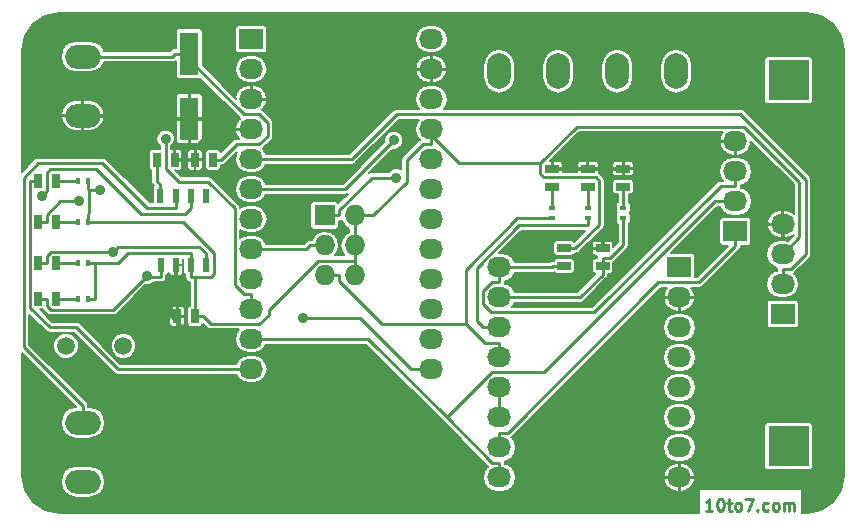
<source format=gtl>
%FSLAX34Y34*%
G04 Gerber Fmt 3.4, Leading zero omitted, Abs format*
G04 (created by PCBNEW (2014-03-19 BZR 4756)-product) date Thu 12 Jun 2014 23:18:30 BST*
%MOIN*%
G01*
G70*
G90*
G04 APERTURE LIST*
%ADD10C,0.005906*%
%ADD11C,0.009843*%
%ADD12R,0.025000X0.045000*%
%ADD13R,0.063000X0.141700*%
%ADD14R,0.045000X0.025000*%
%ADD15O,0.078700X0.118700*%
%ADD16O,0.118700X0.078700*%
%ADD17R,0.080000X0.068000*%
%ADD18O,0.080000X0.068000*%
%ADD19R,0.023600X0.015700*%
%ADD20R,0.015700X0.023600*%
%ADD21R,0.068000X0.068000*%
%ADD22O,0.068000X0.068000*%
%ADD23R,0.023600X0.047200*%
%ADD24C,0.059100*%
%ADD25R,0.133900X0.133900*%
%ADD26C,0.035000*%
%ADD27C,0.010000*%
%ADD28C,0.007087*%
G04 APERTURE END LIST*
G54D10*
G54D11*
X65180Y-46634D02*
X64955Y-46634D01*
X65068Y-46634D02*
X65068Y-46241D01*
X65030Y-46297D01*
X64993Y-46334D01*
X64955Y-46353D01*
X65424Y-46241D02*
X65462Y-46241D01*
X65499Y-46259D01*
X65518Y-46278D01*
X65537Y-46316D01*
X65555Y-46391D01*
X65555Y-46484D01*
X65537Y-46559D01*
X65518Y-46597D01*
X65499Y-46616D01*
X65462Y-46634D01*
X65424Y-46634D01*
X65387Y-46616D01*
X65368Y-46597D01*
X65349Y-46559D01*
X65330Y-46484D01*
X65330Y-46391D01*
X65349Y-46316D01*
X65368Y-46278D01*
X65387Y-46259D01*
X65424Y-46241D01*
X65668Y-46372D02*
X65818Y-46372D01*
X65724Y-46241D02*
X65724Y-46578D01*
X65743Y-46616D01*
X65780Y-46634D01*
X65818Y-46634D01*
X66005Y-46634D02*
X65968Y-46616D01*
X65949Y-46597D01*
X65930Y-46559D01*
X65930Y-46447D01*
X65949Y-46409D01*
X65968Y-46391D01*
X66005Y-46372D01*
X66062Y-46372D01*
X66099Y-46391D01*
X66118Y-46409D01*
X66137Y-46447D01*
X66137Y-46559D01*
X66118Y-46597D01*
X66099Y-46616D01*
X66062Y-46634D01*
X66005Y-46634D01*
X66268Y-46241D02*
X66530Y-46241D01*
X66362Y-46634D01*
X66680Y-46597D02*
X66699Y-46616D01*
X66680Y-46634D01*
X66661Y-46616D01*
X66680Y-46597D01*
X66680Y-46634D01*
X67036Y-46616D02*
X66999Y-46634D01*
X66924Y-46634D01*
X66886Y-46616D01*
X66868Y-46597D01*
X66849Y-46559D01*
X66849Y-46447D01*
X66868Y-46409D01*
X66886Y-46391D01*
X66924Y-46372D01*
X66999Y-46372D01*
X67036Y-46391D01*
X67261Y-46634D02*
X67224Y-46616D01*
X67205Y-46597D01*
X67186Y-46559D01*
X67186Y-46447D01*
X67205Y-46409D01*
X67224Y-46391D01*
X67261Y-46372D01*
X67318Y-46372D01*
X67355Y-46391D01*
X67374Y-46409D01*
X67393Y-46447D01*
X67393Y-46559D01*
X67374Y-46597D01*
X67355Y-46616D01*
X67318Y-46634D01*
X67261Y-46634D01*
X67561Y-46634D02*
X67561Y-46372D01*
X67561Y-46409D02*
X67580Y-46391D01*
X67618Y-46372D01*
X67674Y-46372D01*
X67711Y-46391D01*
X67730Y-46428D01*
X67730Y-46634D01*
X67730Y-46428D02*
X67749Y-46391D01*
X67786Y-46372D01*
X67843Y-46372D01*
X67880Y-46391D01*
X67899Y-46428D01*
X67899Y-46634D01*
G54D12*
X48528Y-34940D03*
X47928Y-34940D03*
G54D13*
X47736Y-31397D03*
X47736Y-33563D03*
G54D12*
X47937Y-40157D03*
X47337Y-40157D03*
G54D14*
X62204Y-35231D03*
X62204Y-35831D03*
X61023Y-35231D03*
X61023Y-35831D03*
X59842Y-35231D03*
X59842Y-35831D03*
G54D12*
X42711Y-35629D03*
X43311Y-35629D03*
X42711Y-39566D03*
X43311Y-39566D03*
X42711Y-38385D03*
X43311Y-38385D03*
X42711Y-37007D03*
X43311Y-37007D03*
G54D15*
X60039Y-31988D03*
X58071Y-31988D03*
G54D16*
X44192Y-31496D03*
X44192Y-33464D03*
G54D17*
X65944Y-37326D03*
G54D18*
X65944Y-36326D03*
X65944Y-35326D03*
X65944Y-34326D03*
G54D17*
X67519Y-40082D03*
G54D18*
X67519Y-39082D03*
X67519Y-38082D03*
X67519Y-37082D03*
G54D16*
X44192Y-43701D03*
X44192Y-45669D03*
G54D15*
X63976Y-31988D03*
X62008Y-31988D03*
G54D14*
X60236Y-37888D03*
X60236Y-38488D03*
X61515Y-37888D03*
X61515Y-38488D03*
G54D19*
X62204Y-36535D03*
X62204Y-36889D03*
X61023Y-36535D03*
X61023Y-36889D03*
X59842Y-36535D03*
X59842Y-36889D03*
G54D20*
X44015Y-35629D03*
X44369Y-35629D03*
G54D12*
X46648Y-34940D03*
X47248Y-34940D03*
G54D20*
X44015Y-39566D03*
X44369Y-39566D03*
X44015Y-38385D03*
X44369Y-38385D03*
X44015Y-37007D03*
X44369Y-37007D03*
G54D18*
X58078Y-45527D03*
X58078Y-44527D03*
X58078Y-43527D03*
X58078Y-42527D03*
X58078Y-41527D03*
X58078Y-40527D03*
X58078Y-39527D03*
X58078Y-38527D03*
G54D17*
X64074Y-38527D03*
G54D18*
X64074Y-39527D03*
X64074Y-40527D03*
X64074Y-41527D03*
X64074Y-42527D03*
X64074Y-43527D03*
X64074Y-44527D03*
X64074Y-45527D03*
G54D21*
X52255Y-36795D03*
G54D22*
X53255Y-36795D03*
X52255Y-37795D03*
X53255Y-37795D03*
X52255Y-38795D03*
X53255Y-38795D03*
G54D18*
X49803Y-41917D03*
X49803Y-40917D03*
X49803Y-39917D03*
X49803Y-38917D03*
X49803Y-37917D03*
X49803Y-36917D03*
X49803Y-35917D03*
X49803Y-34917D03*
X49803Y-33917D03*
X49803Y-32917D03*
X49803Y-31917D03*
G54D17*
X49803Y-30917D03*
G54D18*
X55807Y-30917D03*
X55807Y-31917D03*
X55807Y-32917D03*
X55807Y-33917D03*
X55807Y-34917D03*
X55807Y-35917D03*
X55807Y-36917D03*
X55807Y-37917D03*
X55807Y-38917D03*
X55807Y-39917D03*
X55807Y-40917D03*
X55807Y-41917D03*
G54D23*
X46791Y-38445D03*
X47283Y-38445D03*
X47795Y-38445D03*
X48287Y-38445D03*
X48287Y-36161D03*
X47795Y-36161D03*
X47283Y-36161D03*
X46771Y-36161D03*
G54D24*
X45547Y-41141D03*
X43625Y-41141D03*
G54D25*
X67716Y-32283D03*
X67716Y-44488D03*
G54D26*
X44764Y-35934D03*
X46328Y-38812D03*
X45210Y-38010D03*
X44080Y-36319D03*
X54555Y-34288D03*
X42824Y-36132D03*
X54646Y-35530D03*
X46950Y-34242D03*
X51522Y-40222D03*
G54D27*
X47172Y-31496D02*
X47271Y-31397D01*
X44192Y-31496D02*
X47172Y-31496D01*
X47503Y-31397D02*
X47530Y-31397D01*
X47503Y-31397D02*
X47271Y-31397D01*
X47736Y-31397D02*
X47530Y-31397D01*
X49327Y-34417D02*
X48803Y-34940D01*
X50075Y-34417D02*
X49327Y-34417D01*
X50355Y-34137D02*
X50075Y-34417D01*
X50355Y-33713D02*
X50355Y-34137D01*
X50059Y-33417D02*
X50355Y-33713D01*
X49550Y-33417D02*
X50059Y-33417D01*
X47530Y-31397D02*
X49550Y-33417D01*
X48528Y-34940D02*
X48803Y-34940D01*
X47736Y-33563D02*
X48201Y-33563D01*
X49803Y-33917D02*
X48531Y-33917D01*
X48201Y-33587D02*
X48201Y-33563D01*
X48531Y-33917D02*
X48201Y-33587D01*
X61023Y-35231D02*
X59842Y-35231D01*
X47337Y-40157D02*
X47147Y-40157D01*
X64074Y-45527D02*
X64074Y-46017D01*
X47147Y-38966D02*
X47283Y-38831D01*
X47147Y-40157D02*
X47147Y-38966D01*
X47283Y-38445D02*
X47283Y-38831D01*
X55787Y-32427D02*
X55807Y-32407D01*
X49803Y-32427D02*
X55787Y-32427D01*
X55807Y-31917D02*
X55807Y-32407D01*
X49803Y-32917D02*
X49803Y-32427D01*
X48407Y-41417D02*
X47147Y-40157D01*
X50227Y-41417D02*
X48407Y-41417D01*
X54827Y-46017D02*
X50227Y-41417D01*
X64074Y-46017D02*
X54827Y-46017D01*
X62834Y-34326D02*
X62204Y-34956D01*
X65944Y-34326D02*
X62834Y-34326D01*
X61023Y-35231D02*
X61398Y-35231D01*
X62204Y-35231D02*
X62204Y-34956D01*
X61515Y-37888D02*
X61515Y-37613D01*
X61615Y-37514D02*
X61515Y-37613D01*
X61615Y-35231D02*
X61615Y-37514D01*
X62204Y-35231D02*
X61615Y-35231D01*
X61615Y-35231D02*
X61398Y-35231D01*
X47928Y-34520D02*
X47928Y-34940D01*
X48531Y-33917D02*
X47928Y-34520D01*
X47248Y-34940D02*
X47523Y-34940D01*
X47928Y-34940D02*
X47523Y-34940D01*
X47172Y-33464D02*
X47271Y-33563D01*
X44192Y-33464D02*
X47172Y-33464D01*
X47736Y-33563D02*
X47271Y-33563D01*
X67029Y-37572D02*
X67519Y-37572D01*
X65074Y-39527D02*
X67029Y-37572D01*
X64074Y-39527D02*
X65074Y-39527D01*
X67519Y-37082D02*
X67519Y-37572D01*
X47795Y-38445D02*
X47795Y-38059D01*
X44369Y-39566D02*
X44598Y-39566D01*
X44598Y-39566D02*
X44598Y-38385D01*
X44369Y-38385D02*
X44598Y-38385D01*
X53255Y-38795D02*
X53255Y-38305D01*
X44369Y-35629D02*
X44369Y-35898D01*
X44369Y-37007D02*
X44369Y-36739D01*
X47795Y-38445D02*
X47795Y-38831D01*
X47937Y-40157D02*
X47937Y-39782D01*
X47937Y-38831D02*
X47937Y-39782D01*
X47937Y-38831D02*
X47795Y-38831D01*
X60236Y-37888D02*
X60611Y-37888D01*
X53255Y-37795D02*
X53255Y-37571D01*
X53255Y-37571D02*
X53255Y-37355D01*
X48474Y-38831D02*
X47937Y-38831D01*
X48567Y-38738D02*
X48474Y-38831D01*
X48567Y-38054D02*
X48567Y-38738D01*
X47520Y-37007D02*
X48567Y-38054D01*
X44369Y-37007D02*
X47520Y-37007D01*
X47937Y-40157D02*
X48212Y-40157D01*
X53255Y-38305D02*
X53255Y-37795D01*
X48465Y-40410D02*
X48212Y-40157D01*
X50075Y-40410D02*
X48465Y-40410D01*
X50389Y-40096D02*
X50075Y-40410D01*
X50389Y-39947D02*
X50389Y-40096D01*
X52032Y-38305D02*
X50389Y-39947D01*
X53255Y-38305D02*
X52032Y-38305D01*
X44405Y-36703D02*
X44405Y-35934D01*
X44369Y-36739D02*
X44405Y-36703D01*
X44405Y-35934D02*
X44369Y-35898D01*
X44405Y-35934D02*
X44405Y-35934D01*
X53255Y-37355D02*
X53255Y-36795D01*
X55544Y-34407D02*
X55807Y-34407D01*
X54994Y-34956D02*
X55544Y-34407D01*
X54994Y-35675D02*
X54994Y-34956D01*
X53874Y-36795D02*
X54994Y-35675D01*
X53255Y-36795D02*
X53874Y-36795D01*
X55807Y-33917D02*
X55807Y-34111D01*
X55807Y-34111D02*
X55807Y-34407D01*
X56742Y-35046D02*
X59438Y-35046D01*
X55807Y-34111D02*
X56742Y-35046D01*
X59438Y-35407D02*
X59438Y-35046D01*
X59558Y-35527D02*
X59438Y-35407D01*
X61285Y-35527D02*
X59558Y-35527D01*
X61399Y-35641D02*
X61285Y-35527D01*
X61399Y-37100D02*
X61399Y-35641D01*
X60611Y-37888D02*
X61399Y-37100D01*
X44405Y-35934D02*
X44764Y-35934D01*
X45373Y-38385D02*
X44598Y-38385D01*
X45700Y-38059D02*
X45373Y-38385D01*
X47795Y-38059D02*
X45700Y-38059D01*
X68079Y-37522D02*
X67519Y-38082D01*
X68079Y-35683D02*
X68079Y-37522D01*
X66230Y-33833D02*
X68079Y-35683D01*
X60651Y-33833D02*
X66230Y-33833D01*
X59438Y-35046D02*
X60651Y-33833D01*
X62204Y-35831D02*
X62204Y-36535D01*
X61023Y-35831D02*
X61023Y-36535D01*
X59842Y-35831D02*
X59842Y-36535D01*
X42436Y-39872D02*
X42436Y-35629D01*
X43084Y-40520D02*
X42436Y-39872D01*
X43960Y-40520D02*
X43084Y-40520D01*
X45357Y-41917D02*
X43960Y-40520D01*
X49803Y-41917D02*
X45357Y-41917D01*
X42711Y-35629D02*
X42436Y-35629D01*
X43311Y-35629D02*
X44015Y-35629D01*
X46791Y-38445D02*
X46791Y-38831D01*
X42711Y-39566D02*
X42986Y-39566D01*
X46347Y-38831D02*
X46328Y-38812D01*
X46791Y-38831D02*
X46347Y-38831D01*
X42986Y-39807D02*
X42986Y-39566D01*
X43121Y-39942D02*
X42986Y-39807D01*
X45198Y-39942D02*
X43121Y-39942D01*
X46328Y-38812D02*
X45198Y-39942D01*
X43311Y-39566D02*
X44015Y-39566D01*
X42711Y-38385D02*
X42986Y-38385D01*
X42986Y-38145D02*
X42986Y-38385D01*
X43121Y-38010D02*
X42986Y-38145D01*
X45210Y-38010D02*
X43121Y-38010D01*
X48287Y-38445D02*
X48287Y-38059D01*
X45370Y-37851D02*
X45210Y-38010D01*
X48079Y-37851D02*
X45370Y-37851D01*
X48287Y-38059D02*
X48079Y-37851D01*
X43311Y-38385D02*
X44015Y-38385D01*
X42986Y-36767D02*
X42986Y-37007D01*
X43434Y-36319D02*
X42986Y-36767D01*
X44080Y-36319D02*
X43434Y-36319D01*
X42711Y-37007D02*
X42986Y-37007D01*
X43311Y-37007D02*
X44015Y-37007D01*
X58078Y-44527D02*
X58078Y-44037D01*
X65944Y-37326D02*
X65944Y-37816D01*
X58352Y-44037D02*
X58078Y-44037D01*
X63372Y-39017D02*
X58352Y-44037D01*
X64744Y-39017D02*
X63372Y-39017D01*
X65944Y-37816D02*
X64744Y-39017D01*
X58078Y-45527D02*
X58078Y-45037D01*
X57833Y-45037D02*
X58078Y-45037D01*
X56321Y-43525D02*
X57833Y-45037D01*
X53713Y-40917D02*
X56321Y-43525D01*
X49803Y-40917D02*
X53713Y-40917D01*
X65260Y-36326D02*
X65944Y-36326D01*
X59560Y-42027D02*
X65260Y-36326D01*
X57819Y-42027D02*
X59560Y-42027D01*
X56321Y-43525D02*
X57819Y-42027D01*
X59822Y-38527D02*
X59861Y-38488D01*
X58078Y-38527D02*
X59822Y-38527D01*
X60236Y-38488D02*
X59861Y-38488D01*
X57815Y-39017D02*
X58078Y-39017D01*
X57524Y-39308D02*
X57815Y-39017D01*
X57524Y-39754D02*
X57524Y-39308D01*
X57797Y-40027D02*
X57524Y-39754D01*
X61244Y-40027D02*
X57797Y-40027D01*
X65454Y-35816D02*
X61244Y-40027D01*
X65944Y-35816D02*
X65454Y-35816D01*
X65944Y-35326D02*
X65944Y-35816D01*
X58078Y-38527D02*
X58078Y-39017D01*
X52926Y-35917D02*
X54555Y-34288D01*
X49803Y-35917D02*
X52926Y-35917D01*
X67782Y-38592D02*
X67519Y-38592D01*
X68286Y-38088D02*
X67782Y-38592D01*
X68286Y-35607D02*
X68286Y-38088D01*
X66097Y-33417D02*
X68286Y-35607D01*
X54649Y-33417D02*
X66097Y-33417D01*
X53149Y-34917D02*
X54649Y-33417D01*
X49803Y-34917D02*
X53149Y-34917D01*
X67519Y-39082D02*
X67519Y-38592D01*
X42223Y-41187D02*
X44192Y-43157D01*
X42223Y-35537D02*
X42223Y-41187D01*
X42709Y-35051D02*
X42223Y-35537D01*
X44844Y-35051D02*
X42709Y-35051D01*
X46340Y-36547D02*
X44844Y-35051D01*
X47283Y-36547D02*
X46340Y-36547D01*
X47283Y-36161D02*
X47283Y-36547D01*
X44192Y-43701D02*
X44192Y-43157D01*
X47795Y-36161D02*
X47795Y-36547D01*
X47590Y-36751D02*
X47795Y-36547D01*
X46123Y-36751D02*
X47590Y-36751D01*
X44626Y-35254D02*
X46123Y-36751D01*
X43111Y-35254D02*
X44626Y-35254D01*
X42986Y-35379D02*
X43111Y-35254D01*
X42986Y-35969D02*
X42986Y-35379D01*
X42824Y-36132D02*
X42986Y-35969D01*
X61515Y-38488D02*
X61515Y-38764D01*
X61756Y-38213D02*
X61515Y-38213D01*
X62204Y-37765D02*
X61756Y-38213D01*
X62204Y-36889D02*
X62204Y-37765D01*
X61515Y-38488D02*
X61515Y-38213D01*
X60752Y-39527D02*
X61515Y-38764D01*
X58628Y-39527D02*
X60752Y-39527D01*
X58078Y-39527D02*
X58628Y-39527D01*
X53827Y-35530D02*
X54646Y-35530D01*
X52746Y-36611D02*
X53827Y-35530D01*
X52746Y-36795D02*
X52746Y-36611D01*
X52255Y-36795D02*
X52746Y-36795D01*
X51643Y-37917D02*
X51765Y-37795D01*
X49803Y-37917D02*
X51643Y-37917D01*
X52255Y-37795D02*
X51765Y-37795D01*
X58734Y-37118D02*
X61023Y-37118D01*
X57319Y-38533D02*
X58734Y-37118D01*
X57319Y-40318D02*
X57319Y-38533D01*
X57528Y-40527D02*
X57319Y-40318D01*
X58078Y-40527D02*
X57528Y-40527D01*
X61023Y-36889D02*
X61023Y-37118D01*
X52255Y-38795D02*
X52746Y-38795D01*
X58078Y-41527D02*
X58078Y-41037D01*
X58675Y-36889D02*
X59842Y-36889D01*
X56958Y-38606D02*
X58675Y-36889D01*
X56958Y-40407D02*
X56958Y-38606D01*
X54174Y-40407D02*
X56958Y-40407D01*
X52746Y-38979D02*
X54174Y-40407D01*
X52746Y-38795D02*
X52746Y-38979D01*
X57588Y-41037D02*
X58078Y-41037D01*
X56958Y-40407D02*
X57588Y-41037D01*
X46648Y-35652D02*
X46648Y-34940D01*
X46771Y-35775D02*
X46648Y-35652D01*
X46771Y-36161D02*
X46771Y-35775D01*
X46950Y-35229D02*
X46950Y-34242D01*
X47392Y-35671D02*
X46950Y-35229D01*
X48363Y-35671D02*
X47392Y-35671D01*
X49252Y-36560D02*
X48363Y-35671D01*
X49252Y-39122D02*
X49252Y-36560D01*
X49558Y-39427D02*
X49252Y-39122D01*
X49803Y-39427D02*
X49558Y-39427D01*
X49803Y-39917D02*
X49803Y-39427D01*
X58078Y-42527D02*
X58078Y-43527D01*
X55140Y-41917D02*
X55807Y-41917D01*
X53444Y-40222D02*
X55140Y-41917D01*
X51522Y-40222D02*
X53444Y-40222D01*
G54D10*
G36*
X69559Y-45460D02*
X69461Y-45950D01*
X69190Y-46355D01*
X68785Y-46626D01*
X68521Y-46679D01*
X68521Y-45184D01*
X68521Y-45130D01*
X68521Y-43791D01*
X68521Y-32979D01*
X68521Y-32926D01*
X68521Y-31587D01*
X68500Y-31537D01*
X68462Y-31499D01*
X68412Y-31478D01*
X68359Y-31478D01*
X67020Y-31478D01*
X66970Y-31499D01*
X66932Y-31537D01*
X66911Y-31587D01*
X66911Y-31640D01*
X66911Y-32979D01*
X66932Y-33029D01*
X66970Y-33067D01*
X67020Y-33088D01*
X67073Y-33088D01*
X68412Y-33088D01*
X68462Y-33067D01*
X68500Y-33029D01*
X68521Y-32979D01*
X68521Y-43791D01*
X68500Y-43741D01*
X68462Y-43703D01*
X68412Y-43683D01*
X68359Y-43683D01*
X68055Y-43683D01*
X68055Y-40449D01*
X68055Y-40395D01*
X68055Y-39715D01*
X68034Y-39665D01*
X67996Y-39627D01*
X67946Y-39607D01*
X67892Y-39607D01*
X67092Y-39607D01*
X67042Y-39627D01*
X67004Y-39665D01*
X66984Y-39715D01*
X66984Y-39769D01*
X66984Y-40449D01*
X67004Y-40499D01*
X67042Y-40537D01*
X67092Y-40558D01*
X67146Y-40558D01*
X67946Y-40558D01*
X67996Y-40537D01*
X68034Y-40499D01*
X68055Y-40449D01*
X68055Y-43683D01*
X67020Y-43683D01*
X66970Y-43703D01*
X66932Y-43741D01*
X66911Y-43791D01*
X66911Y-43845D01*
X66911Y-45184D01*
X66932Y-45234D01*
X66970Y-45272D01*
X67020Y-45293D01*
X67073Y-45293D01*
X68412Y-45293D01*
X68462Y-45272D01*
X68500Y-45234D01*
X68521Y-45184D01*
X68521Y-46679D01*
X68294Y-46724D01*
X68148Y-46724D01*
X68148Y-45927D01*
X64725Y-45927D01*
X64725Y-46724D01*
X64620Y-46724D01*
X64620Y-44527D01*
X64620Y-43527D01*
X64620Y-42527D01*
X64620Y-41527D01*
X64620Y-40527D01*
X64600Y-40425D01*
X64600Y-39615D01*
X64574Y-39541D01*
X64088Y-39541D01*
X64088Y-40001D01*
X64148Y-40001D01*
X64328Y-39960D01*
X64479Y-39852D01*
X64577Y-39696D01*
X64600Y-39615D01*
X64600Y-40425D01*
X64584Y-40345D01*
X64481Y-40191D01*
X64327Y-40088D01*
X64145Y-40052D01*
X64061Y-40052D01*
X64061Y-40001D01*
X64061Y-39541D01*
X63574Y-39541D01*
X63549Y-39615D01*
X63571Y-39696D01*
X63669Y-39852D01*
X63820Y-39960D01*
X64001Y-40001D01*
X64061Y-40001D01*
X64061Y-40052D01*
X64004Y-40052D01*
X63822Y-40088D01*
X63668Y-40191D01*
X63565Y-40345D01*
X63528Y-40527D01*
X63565Y-40709D01*
X63668Y-40863D01*
X63822Y-40966D01*
X64004Y-41002D01*
X64145Y-41002D01*
X64327Y-40966D01*
X64481Y-40863D01*
X64584Y-40709D01*
X64620Y-40527D01*
X64620Y-41527D01*
X64584Y-41345D01*
X64481Y-41191D01*
X64327Y-41088D01*
X64145Y-41052D01*
X64004Y-41052D01*
X63822Y-41088D01*
X63668Y-41191D01*
X63565Y-41345D01*
X63528Y-41527D01*
X63565Y-41709D01*
X63668Y-41863D01*
X63822Y-41966D01*
X64004Y-42002D01*
X64145Y-42002D01*
X64327Y-41966D01*
X64481Y-41863D01*
X64584Y-41709D01*
X64620Y-41527D01*
X64620Y-42527D01*
X64584Y-42345D01*
X64481Y-42191D01*
X64327Y-42088D01*
X64145Y-42052D01*
X64004Y-42052D01*
X63822Y-42088D01*
X63668Y-42191D01*
X63565Y-42345D01*
X63528Y-42527D01*
X63565Y-42709D01*
X63668Y-42863D01*
X63822Y-42966D01*
X64004Y-43002D01*
X64145Y-43002D01*
X64327Y-42966D01*
X64481Y-42863D01*
X64584Y-42709D01*
X64620Y-42527D01*
X64620Y-43527D01*
X64584Y-43345D01*
X64481Y-43191D01*
X64327Y-43088D01*
X64145Y-43052D01*
X64004Y-43052D01*
X63822Y-43088D01*
X63668Y-43191D01*
X63565Y-43345D01*
X63528Y-43527D01*
X63565Y-43709D01*
X63668Y-43863D01*
X63822Y-43966D01*
X64004Y-44002D01*
X64145Y-44002D01*
X64327Y-43966D01*
X64481Y-43863D01*
X64584Y-43709D01*
X64620Y-43527D01*
X64620Y-44527D01*
X64584Y-44345D01*
X64481Y-44191D01*
X64327Y-44088D01*
X64145Y-44052D01*
X64004Y-44052D01*
X63822Y-44088D01*
X63668Y-44191D01*
X63565Y-44345D01*
X63528Y-44527D01*
X63565Y-44709D01*
X63668Y-44863D01*
X63822Y-44966D01*
X64004Y-45002D01*
X64145Y-45002D01*
X64327Y-44966D01*
X64481Y-44863D01*
X64584Y-44709D01*
X64620Y-44527D01*
X64620Y-46724D01*
X64600Y-46724D01*
X64600Y-45615D01*
X64600Y-45439D01*
X64577Y-45358D01*
X64479Y-45202D01*
X64328Y-45095D01*
X64148Y-45053D01*
X64088Y-45053D01*
X64088Y-45513D01*
X64574Y-45513D01*
X64600Y-45439D01*
X64600Y-45615D01*
X64574Y-45541D01*
X64088Y-45541D01*
X64088Y-46001D01*
X64148Y-46001D01*
X64328Y-45960D01*
X64479Y-45852D01*
X64577Y-45696D01*
X64600Y-45615D01*
X64600Y-46724D01*
X64061Y-46724D01*
X64061Y-46001D01*
X64061Y-45541D01*
X64061Y-45513D01*
X64061Y-45053D01*
X64001Y-45053D01*
X63820Y-45095D01*
X63669Y-45202D01*
X63571Y-45358D01*
X63549Y-45439D01*
X63574Y-45513D01*
X64061Y-45513D01*
X64061Y-45541D01*
X63574Y-45541D01*
X63549Y-45615D01*
X63571Y-45696D01*
X63669Y-45852D01*
X63820Y-45960D01*
X64001Y-46001D01*
X64061Y-46001D01*
X64061Y-46724D01*
X44936Y-46724D01*
X44936Y-45669D01*
X44895Y-45466D01*
X44781Y-45295D01*
X44609Y-45180D01*
X44407Y-45140D01*
X43978Y-45140D01*
X43776Y-45180D01*
X43604Y-45295D01*
X43489Y-45466D01*
X43449Y-45669D01*
X43489Y-45871D01*
X43604Y-46043D01*
X43776Y-46157D01*
X43978Y-46197D01*
X44407Y-46197D01*
X44609Y-46157D01*
X44781Y-46043D01*
X44895Y-45871D01*
X44936Y-45669D01*
X44936Y-46724D01*
X43417Y-46724D01*
X42927Y-46626D01*
X42521Y-46355D01*
X42251Y-45950D01*
X42153Y-45460D01*
X42153Y-41380D01*
X43950Y-43177D01*
X43776Y-43212D01*
X43604Y-43327D01*
X43489Y-43498D01*
X43449Y-43701D01*
X43489Y-43903D01*
X43604Y-44075D01*
X43776Y-44189D01*
X43978Y-44229D01*
X44407Y-44229D01*
X44609Y-44189D01*
X44781Y-44075D01*
X44895Y-43903D01*
X44936Y-43701D01*
X44895Y-43498D01*
X44781Y-43327D01*
X44609Y-43212D01*
X44407Y-43172D01*
X44378Y-43172D01*
X44378Y-43157D01*
X44364Y-43086D01*
X44364Y-43086D01*
X44324Y-43026D01*
X44056Y-42758D01*
X44056Y-41056D01*
X43991Y-40897D01*
X43870Y-40776D01*
X43711Y-40710D01*
X43540Y-40710D01*
X43381Y-40776D01*
X43260Y-40897D01*
X43194Y-41055D01*
X43194Y-41227D01*
X43260Y-41385D01*
X43381Y-41506D01*
X43539Y-41572D01*
X43710Y-41572D01*
X43869Y-41507D01*
X43990Y-41386D01*
X44056Y-41227D01*
X44056Y-41056D01*
X44056Y-42758D01*
X42408Y-41111D01*
X42408Y-40107D01*
X42952Y-40651D01*
X43013Y-40691D01*
X43013Y-40691D01*
X43084Y-40705D01*
X43883Y-40705D01*
X45226Y-42048D01*
X45286Y-42088D01*
X45357Y-42102D01*
X49295Y-42102D01*
X49396Y-42253D01*
X49550Y-42356D01*
X49732Y-42392D01*
X49873Y-42392D01*
X50055Y-42356D01*
X50209Y-42253D01*
X50312Y-42099D01*
X50349Y-41917D01*
X50312Y-41735D01*
X50209Y-41581D01*
X50055Y-41478D01*
X49873Y-41441D01*
X49732Y-41441D01*
X49550Y-41478D01*
X49396Y-41581D01*
X49295Y-41731D01*
X47596Y-41731D01*
X47596Y-40409D01*
X47596Y-40355D01*
X47596Y-40204D01*
X47596Y-40110D01*
X47596Y-39959D01*
X47596Y-39905D01*
X47576Y-39856D01*
X47538Y-39819D01*
X47535Y-39817D01*
X47535Y-38707D01*
X47535Y-38654D01*
X47535Y-38492D01*
X47501Y-38458D01*
X47297Y-38458D01*
X47297Y-38781D01*
X47330Y-38815D01*
X47427Y-38815D01*
X47477Y-38794D01*
X47514Y-38756D01*
X47535Y-38707D01*
X47535Y-39817D01*
X47489Y-39798D01*
X47385Y-39798D01*
X47351Y-39832D01*
X47351Y-40143D01*
X47563Y-40143D01*
X47596Y-40110D01*
X47596Y-40204D01*
X47563Y-40171D01*
X47351Y-40171D01*
X47351Y-40482D01*
X47385Y-40516D01*
X47489Y-40516D01*
X47538Y-40495D01*
X47576Y-40458D01*
X47596Y-40409D01*
X47596Y-41731D01*
X47324Y-41731D01*
X47324Y-40482D01*
X47324Y-40171D01*
X47324Y-40143D01*
X47324Y-39832D01*
X47290Y-39798D01*
X47186Y-39798D01*
X47136Y-39819D01*
X47099Y-39856D01*
X47078Y-39905D01*
X47078Y-39959D01*
X47078Y-40110D01*
X47112Y-40143D01*
X47324Y-40143D01*
X47324Y-40171D01*
X47112Y-40171D01*
X47078Y-40204D01*
X47078Y-40355D01*
X47078Y-40409D01*
X47099Y-40458D01*
X47136Y-40495D01*
X47186Y-40516D01*
X47290Y-40516D01*
X47324Y-40482D01*
X47324Y-41731D01*
X45978Y-41731D01*
X45978Y-41056D01*
X45913Y-40897D01*
X45792Y-40776D01*
X45633Y-40710D01*
X45462Y-40710D01*
X45303Y-40776D01*
X45182Y-40897D01*
X45116Y-41055D01*
X45116Y-41227D01*
X45182Y-41385D01*
X45303Y-41506D01*
X45461Y-41572D01*
X45632Y-41572D01*
X45791Y-41507D01*
X45912Y-41386D01*
X45978Y-41227D01*
X45978Y-41056D01*
X45978Y-41731D01*
X45434Y-41731D01*
X44091Y-40389D01*
X44031Y-40349D01*
X43960Y-40334D01*
X43160Y-40334D01*
X42753Y-39927D01*
X42848Y-39927D01*
X42855Y-39938D01*
X42990Y-40073D01*
X43026Y-40097D01*
X43050Y-40113D01*
X43050Y-40113D01*
X43121Y-40127D01*
X45198Y-40127D01*
X45269Y-40113D01*
X45329Y-40073D01*
X46280Y-39122D01*
X46389Y-39122D01*
X46503Y-39075D01*
X46562Y-39016D01*
X46791Y-39016D01*
X46862Y-39002D01*
X46922Y-38962D01*
X46962Y-38902D01*
X46976Y-38831D01*
X46976Y-38799D01*
X46986Y-38795D01*
X47024Y-38757D01*
X47038Y-38723D01*
X47051Y-38756D01*
X47089Y-38794D01*
X47138Y-38815D01*
X47236Y-38815D01*
X47269Y-38781D01*
X47269Y-38458D01*
X47261Y-38458D01*
X47261Y-38431D01*
X47269Y-38431D01*
X47269Y-38423D01*
X47297Y-38423D01*
X47297Y-38431D01*
X47501Y-38431D01*
X47535Y-38397D01*
X47535Y-38244D01*
X47541Y-38244D01*
X47541Y-38708D01*
X47562Y-38757D01*
X47600Y-38795D01*
X47609Y-38799D01*
X47609Y-38831D01*
X47624Y-38902D01*
X47664Y-38962D01*
X47724Y-39002D01*
X47752Y-39008D01*
X47752Y-39782D01*
X47752Y-39810D01*
X47736Y-39817D01*
X47697Y-39855D01*
X47677Y-39905D01*
X47677Y-39959D01*
X47677Y-40409D01*
X47697Y-40459D01*
X47736Y-40497D01*
X47785Y-40517D01*
X47839Y-40517D01*
X48089Y-40517D01*
X48139Y-40497D01*
X48177Y-40459D01*
X48198Y-40409D01*
X48198Y-40405D01*
X48334Y-40541D01*
X48334Y-40541D01*
X48394Y-40581D01*
X48465Y-40595D01*
X49386Y-40595D01*
X49293Y-40735D01*
X49257Y-40917D01*
X49293Y-41099D01*
X49396Y-41253D01*
X49550Y-41356D01*
X49732Y-41392D01*
X49873Y-41392D01*
X50055Y-41356D01*
X50209Y-41253D01*
X50310Y-41102D01*
X53636Y-41102D01*
X56190Y-43656D01*
X56190Y-43656D01*
X57702Y-45168D01*
X57704Y-45169D01*
X57672Y-45191D01*
X57569Y-45345D01*
X57532Y-45527D01*
X57569Y-45709D01*
X57672Y-45863D01*
X57826Y-45966D01*
X58008Y-46002D01*
X58149Y-46002D01*
X58331Y-45966D01*
X58485Y-45863D01*
X58588Y-45709D01*
X58624Y-45527D01*
X58588Y-45345D01*
X58485Y-45191D01*
X58331Y-45088D01*
X58264Y-45074D01*
X58264Y-45037D01*
X58253Y-44982D01*
X58331Y-44966D01*
X58485Y-44863D01*
X58588Y-44709D01*
X58624Y-44527D01*
X58588Y-44345D01*
X58485Y-44191D01*
X58467Y-44179D01*
X58483Y-44168D01*
X63449Y-39203D01*
X63669Y-39203D01*
X63571Y-39358D01*
X63549Y-39439D01*
X63574Y-39513D01*
X64061Y-39513D01*
X64061Y-39505D01*
X64088Y-39505D01*
X64088Y-39513D01*
X64574Y-39513D01*
X64600Y-39439D01*
X64577Y-39358D01*
X64480Y-39203D01*
X64744Y-39203D01*
X64815Y-39189D01*
X64875Y-39148D01*
X66076Y-37948D01*
X66116Y-37887D01*
X66116Y-37887D01*
X66130Y-37816D01*
X66130Y-37802D01*
X66371Y-37802D01*
X66421Y-37781D01*
X66459Y-37743D01*
X66480Y-37693D01*
X66480Y-37639D01*
X66480Y-36959D01*
X66459Y-36910D01*
X66421Y-36871D01*
X66371Y-36851D01*
X66317Y-36851D01*
X65517Y-36851D01*
X65468Y-36871D01*
X65430Y-36910D01*
X65409Y-36959D01*
X65409Y-37013D01*
X65409Y-37693D01*
X65430Y-37743D01*
X65468Y-37781D01*
X65517Y-37802D01*
X65571Y-37802D01*
X65697Y-37802D01*
X64667Y-38832D01*
X64610Y-38832D01*
X64610Y-38160D01*
X64589Y-38110D01*
X64551Y-38072D01*
X64501Y-38052D01*
X64447Y-38052D01*
X63797Y-38052D01*
X65337Y-36512D01*
X65437Y-36512D01*
X65538Y-36662D01*
X65692Y-36766D01*
X65874Y-36802D01*
X66015Y-36802D01*
X66197Y-36766D01*
X66351Y-36662D01*
X66454Y-36508D01*
X66490Y-36326D01*
X66454Y-36144D01*
X66351Y-35990D01*
X66197Y-35887D01*
X66119Y-35872D01*
X66130Y-35816D01*
X66130Y-35779D01*
X66197Y-35766D01*
X66351Y-35662D01*
X66454Y-35508D01*
X66490Y-35326D01*
X66470Y-35224D01*
X66454Y-35144D01*
X66351Y-34990D01*
X66197Y-34887D01*
X66015Y-34851D01*
X65931Y-34851D01*
X65931Y-34800D01*
X65931Y-34340D01*
X65444Y-34340D01*
X65419Y-34414D01*
X65441Y-34495D01*
X65540Y-34652D01*
X65690Y-34759D01*
X65871Y-34800D01*
X65931Y-34800D01*
X65931Y-34851D01*
X65874Y-34851D01*
X65692Y-34887D01*
X65538Y-34990D01*
X65435Y-35144D01*
X65398Y-35326D01*
X65435Y-35508D01*
X65517Y-35631D01*
X65454Y-35631D01*
X65383Y-35645D01*
X65323Y-35685D01*
X61167Y-39842D01*
X58499Y-39842D01*
X58586Y-39712D01*
X58628Y-39712D01*
X60752Y-39712D01*
X60823Y-39698D01*
X60883Y-39658D01*
X61646Y-38895D01*
X61687Y-38835D01*
X61701Y-38764D01*
X61701Y-38749D01*
X61767Y-38749D01*
X61817Y-38728D01*
X61855Y-38690D01*
X61876Y-38640D01*
X61876Y-38587D01*
X61876Y-38352D01*
X61887Y-38344D01*
X62335Y-37896D01*
X62335Y-37896D01*
X62359Y-37860D01*
X62376Y-37836D01*
X62376Y-37836D01*
X62390Y-37765D01*
X62390Y-37086D01*
X62399Y-37082D01*
X62437Y-37044D01*
X62458Y-36995D01*
X62458Y-36941D01*
X62458Y-36784D01*
X62437Y-36734D01*
X62415Y-36712D01*
X62437Y-36690D01*
X62458Y-36641D01*
X62458Y-36587D01*
X62458Y-36430D01*
X62437Y-36380D01*
X62399Y-36342D01*
X62390Y-36338D01*
X62390Y-36091D01*
X62456Y-36091D01*
X62506Y-36071D01*
X62544Y-36033D01*
X62565Y-35983D01*
X62565Y-35929D01*
X62565Y-35679D01*
X62563Y-35675D01*
X62563Y-35383D01*
X62563Y-35278D01*
X62563Y-35184D01*
X62563Y-35079D01*
X62543Y-35030D01*
X62505Y-34993D01*
X62456Y-34972D01*
X62403Y-34972D01*
X62251Y-34972D01*
X62218Y-35006D01*
X62218Y-35217D01*
X62530Y-35217D01*
X62563Y-35184D01*
X62563Y-35278D01*
X62530Y-35245D01*
X62218Y-35245D01*
X62218Y-35456D01*
X62251Y-35490D01*
X62403Y-35490D01*
X62456Y-35490D01*
X62505Y-35469D01*
X62543Y-35432D01*
X62563Y-35383D01*
X62563Y-35675D01*
X62544Y-35629D01*
X62506Y-35591D01*
X62456Y-35571D01*
X62402Y-35571D01*
X62190Y-35571D01*
X62190Y-35456D01*
X62190Y-35245D01*
X62190Y-35217D01*
X62190Y-35006D01*
X62157Y-34972D01*
X62006Y-34972D01*
X61953Y-34972D01*
X61903Y-34993D01*
X61866Y-35030D01*
X61845Y-35079D01*
X61845Y-35184D01*
X61879Y-35217D01*
X62190Y-35217D01*
X62190Y-35245D01*
X61879Y-35245D01*
X61845Y-35278D01*
X61845Y-35383D01*
X61866Y-35432D01*
X61903Y-35469D01*
X61953Y-35490D01*
X62006Y-35490D01*
X62157Y-35490D01*
X62190Y-35456D01*
X62190Y-35571D01*
X61952Y-35571D01*
X61903Y-35591D01*
X61864Y-35629D01*
X61844Y-35679D01*
X61844Y-35733D01*
X61844Y-35983D01*
X61864Y-36033D01*
X61903Y-36071D01*
X61952Y-36091D01*
X62006Y-36091D01*
X62019Y-36091D01*
X62019Y-36338D01*
X62010Y-36342D01*
X61971Y-36380D01*
X61951Y-36430D01*
X61951Y-36484D01*
X61951Y-36641D01*
X61971Y-36690D01*
X61993Y-36712D01*
X61971Y-36734D01*
X61951Y-36784D01*
X61951Y-36838D01*
X61951Y-36995D01*
X61971Y-37044D01*
X62010Y-37082D01*
X62019Y-37086D01*
X62019Y-37688D01*
X61874Y-37833D01*
X61874Y-37737D01*
X61854Y-37688D01*
X61816Y-37650D01*
X61767Y-37630D01*
X61714Y-37630D01*
X61562Y-37630D01*
X61529Y-37663D01*
X61529Y-37875D01*
X61537Y-37875D01*
X61537Y-37902D01*
X61529Y-37902D01*
X61529Y-37910D01*
X61501Y-37910D01*
X61501Y-37902D01*
X61501Y-37875D01*
X61501Y-37663D01*
X61468Y-37630D01*
X61317Y-37630D01*
X61264Y-37630D01*
X61214Y-37650D01*
X61177Y-37688D01*
X61156Y-37737D01*
X61156Y-37841D01*
X61190Y-37875D01*
X61501Y-37875D01*
X61501Y-37902D01*
X61190Y-37902D01*
X61156Y-37936D01*
X61156Y-38040D01*
X61177Y-38089D01*
X61214Y-38127D01*
X61264Y-38147D01*
X61317Y-38147D01*
X61343Y-38147D01*
X61330Y-38213D01*
X61330Y-38228D01*
X61263Y-38228D01*
X61214Y-38249D01*
X61175Y-38287D01*
X61155Y-38337D01*
X61155Y-38390D01*
X61155Y-38640D01*
X61175Y-38690D01*
X61214Y-38728D01*
X61263Y-38749D01*
X61268Y-38749D01*
X60675Y-39342D01*
X58628Y-39342D01*
X58586Y-39342D01*
X58485Y-39191D01*
X58331Y-39088D01*
X58253Y-39072D01*
X58264Y-39017D01*
X58264Y-38980D01*
X58331Y-38966D01*
X58485Y-38863D01*
X58586Y-38712D01*
X59822Y-38712D01*
X59893Y-38698D01*
X59900Y-38694D01*
X59934Y-38728D01*
X59984Y-38749D01*
X60038Y-38749D01*
X60488Y-38749D01*
X60537Y-38728D01*
X60576Y-38690D01*
X60596Y-38640D01*
X60596Y-38587D01*
X60596Y-38337D01*
X60576Y-38287D01*
X60537Y-38249D01*
X60488Y-38228D01*
X60434Y-38228D01*
X59984Y-38228D01*
X59934Y-38249D01*
X59896Y-38287D01*
X59889Y-38303D01*
X59861Y-38303D01*
X59790Y-38317D01*
X59753Y-38342D01*
X58586Y-38342D01*
X58485Y-38191D01*
X58331Y-38088D01*
X58149Y-38052D01*
X58063Y-38052D01*
X58811Y-37303D01*
X60934Y-37303D01*
X60563Y-37674D01*
X60537Y-37649D01*
X60488Y-37628D01*
X60434Y-37628D01*
X59984Y-37628D01*
X59934Y-37649D01*
X59896Y-37687D01*
X59875Y-37737D01*
X59875Y-37790D01*
X59875Y-38040D01*
X59896Y-38090D01*
X59934Y-38128D01*
X59984Y-38149D01*
X60038Y-38149D01*
X60488Y-38149D01*
X60537Y-38128D01*
X60576Y-38090D01*
X60582Y-38074D01*
X60611Y-38074D01*
X60682Y-38060D01*
X60742Y-38020D01*
X61530Y-37231D01*
X61530Y-37231D01*
X61554Y-37195D01*
X61571Y-37171D01*
X61571Y-37171D01*
X61585Y-37100D01*
X61585Y-35641D01*
X61571Y-35570D01*
X61530Y-35510D01*
X61416Y-35396D01*
X61382Y-35373D01*
X61382Y-35278D01*
X61382Y-35184D01*
X61382Y-35079D01*
X61362Y-35030D01*
X61324Y-34993D01*
X61275Y-34972D01*
X61221Y-34972D01*
X61070Y-34972D01*
X61037Y-35006D01*
X61037Y-35217D01*
X61349Y-35217D01*
X61382Y-35184D01*
X61382Y-35278D01*
X61349Y-35245D01*
X61037Y-35245D01*
X61037Y-35253D01*
X61009Y-35253D01*
X61009Y-35245D01*
X61009Y-35217D01*
X61009Y-35006D01*
X60976Y-34972D01*
X60825Y-34972D01*
X60771Y-34972D01*
X60722Y-34993D01*
X60685Y-35030D01*
X60664Y-35079D01*
X60664Y-35184D01*
X60698Y-35217D01*
X61009Y-35217D01*
X61009Y-35245D01*
X60698Y-35245D01*
X60664Y-35278D01*
X60664Y-35342D01*
X60201Y-35342D01*
X60201Y-35278D01*
X60201Y-35184D01*
X60201Y-35079D01*
X60180Y-35030D01*
X60143Y-34993D01*
X60094Y-34972D01*
X60040Y-34972D01*
X59889Y-34972D01*
X59856Y-35006D01*
X59856Y-35217D01*
X60167Y-35217D01*
X60201Y-35184D01*
X60201Y-35278D01*
X60167Y-35245D01*
X59856Y-35245D01*
X59856Y-35253D01*
X59828Y-35253D01*
X59828Y-35245D01*
X59820Y-35245D01*
X59820Y-35217D01*
X59828Y-35217D01*
X59828Y-35006D01*
X59795Y-34972D01*
X59775Y-34972D01*
X60728Y-34019D01*
X65529Y-34019D01*
X65441Y-34158D01*
X65419Y-34239D01*
X65444Y-34312D01*
X65931Y-34312D01*
X65931Y-34305D01*
X65958Y-34305D01*
X65958Y-34312D01*
X65966Y-34312D01*
X65966Y-34340D01*
X65958Y-34340D01*
X65958Y-34800D01*
X66018Y-34800D01*
X66198Y-34759D01*
X66349Y-34652D01*
X66447Y-34495D01*
X66470Y-34414D01*
X66445Y-34340D01*
X66474Y-34340D01*
X67894Y-35759D01*
X67894Y-36735D01*
X67773Y-36650D01*
X67593Y-36608D01*
X67533Y-36608D01*
X67533Y-37068D01*
X67541Y-37068D01*
X67541Y-37096D01*
X67533Y-37096D01*
X67533Y-37556D01*
X67593Y-37556D01*
X67773Y-37515D01*
X67894Y-37429D01*
X67894Y-37445D01*
X67709Y-37630D01*
X67590Y-37607D01*
X67505Y-37607D01*
X67505Y-37556D01*
X67505Y-37096D01*
X67505Y-37068D01*
X67505Y-36608D01*
X67445Y-36608D01*
X67265Y-36650D01*
X67114Y-36757D01*
X67016Y-36914D01*
X66994Y-36994D01*
X67019Y-37068D01*
X67505Y-37068D01*
X67505Y-37096D01*
X67019Y-37096D01*
X66994Y-37170D01*
X67016Y-37251D01*
X67114Y-37408D01*
X67265Y-37515D01*
X67445Y-37556D01*
X67505Y-37556D01*
X67505Y-37607D01*
X67449Y-37607D01*
X67267Y-37643D01*
X67113Y-37746D01*
X67009Y-37900D01*
X66973Y-38082D01*
X67009Y-38264D01*
X67113Y-38418D01*
X67267Y-38521D01*
X67345Y-38537D01*
X67334Y-38592D01*
X67334Y-38630D01*
X67267Y-38643D01*
X67113Y-38746D01*
X67009Y-38900D01*
X66973Y-39082D01*
X67009Y-39264D01*
X67113Y-39418D01*
X67267Y-39521D01*
X67449Y-39558D01*
X67590Y-39558D01*
X67772Y-39521D01*
X67926Y-39418D01*
X68029Y-39264D01*
X68065Y-39082D01*
X68029Y-38900D01*
X67926Y-38746D01*
X67903Y-38730D01*
X67913Y-38723D01*
X68418Y-38219D01*
X68418Y-38219D01*
X68458Y-38159D01*
X68472Y-38088D01*
X68472Y-38088D01*
X68472Y-35607D01*
X68458Y-35536D01*
X68458Y-35536D01*
X68442Y-35512D01*
X68418Y-35476D01*
X66228Y-33286D01*
X66168Y-33246D01*
X66097Y-33231D01*
X64505Y-33231D01*
X64505Y-32202D01*
X64505Y-31773D01*
X64464Y-31571D01*
X64350Y-31399D01*
X64178Y-31285D01*
X63976Y-31244D01*
X63773Y-31285D01*
X63602Y-31399D01*
X63487Y-31571D01*
X63447Y-31773D01*
X63447Y-32202D01*
X63487Y-32404D01*
X63602Y-32576D01*
X63773Y-32691D01*
X63976Y-32731D01*
X64178Y-32691D01*
X64350Y-32576D01*
X64464Y-32404D01*
X64505Y-32202D01*
X64505Y-33231D01*
X62537Y-33231D01*
X62537Y-32202D01*
X62537Y-31773D01*
X62496Y-31571D01*
X62382Y-31399D01*
X62210Y-31285D01*
X62008Y-31244D01*
X61805Y-31285D01*
X61634Y-31399D01*
X61519Y-31571D01*
X61479Y-31773D01*
X61479Y-32202D01*
X61519Y-32404D01*
X61634Y-32576D01*
X61805Y-32691D01*
X62008Y-32731D01*
X62210Y-32691D01*
X62382Y-32576D01*
X62496Y-32404D01*
X62537Y-32202D01*
X62537Y-33231D01*
X60568Y-33231D01*
X60568Y-32202D01*
X60568Y-31773D01*
X60527Y-31571D01*
X60413Y-31399D01*
X60241Y-31285D01*
X60039Y-31244D01*
X59836Y-31285D01*
X59665Y-31399D01*
X59550Y-31571D01*
X59510Y-31773D01*
X59510Y-32202D01*
X59550Y-32404D01*
X59665Y-32576D01*
X59836Y-32691D01*
X60039Y-32731D01*
X60241Y-32691D01*
X60413Y-32576D01*
X60527Y-32404D01*
X60568Y-32202D01*
X60568Y-33231D01*
X58600Y-33231D01*
X58600Y-32202D01*
X58600Y-31773D01*
X58559Y-31571D01*
X58445Y-31399D01*
X58273Y-31285D01*
X58071Y-31244D01*
X57868Y-31285D01*
X57697Y-31399D01*
X57582Y-31571D01*
X57542Y-31773D01*
X57542Y-32202D01*
X57582Y-32404D01*
X57697Y-32576D01*
X57868Y-32691D01*
X58071Y-32731D01*
X58273Y-32691D01*
X58445Y-32576D01*
X58559Y-32404D01*
X58600Y-32202D01*
X58600Y-33231D01*
X56228Y-33231D01*
X56316Y-33099D01*
X56353Y-32917D01*
X56353Y-30917D01*
X56316Y-30735D01*
X56213Y-30581D01*
X56059Y-30478D01*
X55877Y-30441D01*
X55736Y-30441D01*
X55554Y-30478D01*
X55400Y-30581D01*
X55297Y-30735D01*
X55261Y-30917D01*
X55297Y-31099D01*
X55400Y-31253D01*
X55554Y-31356D01*
X55736Y-31392D01*
X55877Y-31392D01*
X56059Y-31356D01*
X56213Y-31253D01*
X56316Y-31099D01*
X56353Y-30917D01*
X56353Y-32917D01*
X56332Y-32815D01*
X56332Y-32005D01*
X56332Y-31829D01*
X56310Y-31748D01*
X56211Y-31591D01*
X56061Y-31484D01*
X55880Y-31443D01*
X55820Y-31443D01*
X55820Y-31903D01*
X56307Y-31903D01*
X56332Y-31829D01*
X56332Y-32005D01*
X56307Y-31931D01*
X55820Y-31931D01*
X55820Y-32391D01*
X55880Y-32391D01*
X56061Y-32349D01*
X56211Y-32242D01*
X56310Y-32085D01*
X56332Y-32005D01*
X56332Y-32815D01*
X56316Y-32735D01*
X56213Y-32581D01*
X56059Y-32478D01*
X55877Y-32441D01*
X55793Y-32441D01*
X55793Y-32391D01*
X55793Y-31931D01*
X55793Y-31903D01*
X55793Y-31443D01*
X55733Y-31443D01*
X55553Y-31484D01*
X55402Y-31591D01*
X55304Y-31748D01*
X55281Y-31829D01*
X55306Y-31903D01*
X55793Y-31903D01*
X55793Y-31931D01*
X55306Y-31931D01*
X55281Y-32005D01*
X55304Y-32085D01*
X55402Y-32242D01*
X55553Y-32349D01*
X55733Y-32391D01*
X55793Y-32391D01*
X55793Y-32441D01*
X55736Y-32441D01*
X55554Y-32478D01*
X55400Y-32581D01*
X55297Y-32735D01*
X55261Y-32917D01*
X55297Y-33099D01*
X55385Y-33231D01*
X54649Y-33231D01*
X54578Y-33246D01*
X54554Y-33262D01*
X54518Y-33286D01*
X53072Y-34731D01*
X50310Y-34731D01*
X50209Y-34581D01*
X50183Y-34563D01*
X50207Y-34548D01*
X50486Y-34268D01*
X50526Y-34208D01*
X50540Y-34137D01*
X50540Y-33713D01*
X50526Y-33642D01*
X50526Y-33642D01*
X50510Y-33618D01*
X50486Y-33582D01*
X50349Y-33444D01*
X50349Y-31917D01*
X50338Y-31864D01*
X50338Y-31284D01*
X50338Y-31230D01*
X50338Y-30550D01*
X50317Y-30500D01*
X50279Y-30462D01*
X50230Y-30441D01*
X50176Y-30441D01*
X49376Y-30441D01*
X49326Y-30462D01*
X49288Y-30500D01*
X49267Y-30550D01*
X49267Y-30604D01*
X49267Y-31284D01*
X49288Y-31334D01*
X49326Y-31372D01*
X49376Y-31392D01*
X49430Y-31392D01*
X50230Y-31392D01*
X50279Y-31372D01*
X50317Y-31334D01*
X50338Y-31284D01*
X50338Y-31864D01*
X50312Y-31735D01*
X50209Y-31581D01*
X50055Y-31478D01*
X49873Y-31441D01*
X49732Y-31441D01*
X49550Y-31478D01*
X49396Y-31581D01*
X49293Y-31735D01*
X49257Y-31917D01*
X49293Y-32099D01*
X49396Y-32253D01*
X49550Y-32356D01*
X49732Y-32392D01*
X49873Y-32392D01*
X50055Y-32356D01*
X50209Y-32253D01*
X50312Y-32099D01*
X50349Y-31917D01*
X50349Y-33444D01*
X50190Y-33286D01*
X50167Y-33271D01*
X50207Y-33242D01*
X50306Y-33085D01*
X50328Y-33005D01*
X50328Y-32829D01*
X50306Y-32748D01*
X50207Y-32591D01*
X50057Y-32484D01*
X49876Y-32443D01*
X49816Y-32443D01*
X49816Y-32903D01*
X50303Y-32903D01*
X50328Y-32829D01*
X50328Y-33005D01*
X50303Y-32931D01*
X49816Y-32931D01*
X49816Y-32938D01*
X49789Y-32938D01*
X49789Y-32931D01*
X49781Y-32931D01*
X49781Y-32903D01*
X49789Y-32903D01*
X49789Y-32443D01*
X49729Y-32443D01*
X49549Y-32484D01*
X49398Y-32591D01*
X49300Y-32748D01*
X49277Y-32829D01*
X49302Y-32903D01*
X49298Y-32903D01*
X48186Y-31791D01*
X48186Y-30661D01*
X48166Y-30612D01*
X48127Y-30574D01*
X48078Y-30553D01*
X48024Y-30553D01*
X47394Y-30553D01*
X47344Y-30574D01*
X47306Y-30612D01*
X47285Y-30661D01*
X47285Y-30715D01*
X47285Y-31211D01*
X47271Y-31211D01*
X47200Y-31226D01*
X47139Y-31266D01*
X47095Y-31310D01*
X44899Y-31310D01*
X44895Y-31293D01*
X44781Y-31122D01*
X44609Y-31007D01*
X44407Y-30967D01*
X43978Y-30967D01*
X43776Y-31007D01*
X43604Y-31122D01*
X43489Y-31293D01*
X43449Y-31496D01*
X43489Y-31698D01*
X43604Y-31870D01*
X43776Y-31984D01*
X43978Y-32025D01*
X44407Y-32025D01*
X44609Y-31984D01*
X44781Y-31870D01*
X44895Y-31698D01*
X44899Y-31681D01*
X47172Y-31681D01*
X47243Y-31667D01*
X47285Y-31639D01*
X47285Y-32132D01*
X47306Y-32182D01*
X47344Y-32220D01*
X47394Y-32241D01*
X47448Y-32241D01*
X48078Y-32241D01*
X48101Y-32231D01*
X49418Y-33548D01*
X49439Y-33562D01*
X49398Y-33591D01*
X49300Y-33748D01*
X49277Y-33829D01*
X49302Y-33903D01*
X49789Y-33903D01*
X49789Y-33895D01*
X49816Y-33895D01*
X49816Y-33903D01*
X49824Y-33903D01*
X49824Y-33931D01*
X49816Y-33931D01*
X49816Y-33938D01*
X49789Y-33938D01*
X49789Y-33931D01*
X49302Y-33931D01*
X49277Y-34005D01*
X49300Y-34085D01*
X49391Y-34231D01*
X49327Y-34231D01*
X49256Y-34246D01*
X49195Y-34286D01*
X48788Y-34693D01*
X48788Y-34689D01*
X48768Y-34639D01*
X48730Y-34601D01*
X48680Y-34580D01*
X48626Y-34580D01*
X48376Y-34580D01*
X48326Y-34601D01*
X48288Y-34639D01*
X48267Y-34689D01*
X48267Y-34742D01*
X48267Y-35192D01*
X48288Y-35242D01*
X48326Y-35280D01*
X48376Y-35301D01*
X48430Y-35301D01*
X48680Y-35301D01*
X48730Y-35280D01*
X48768Y-35242D01*
X48788Y-35192D01*
X48788Y-35139D01*
X48788Y-35126D01*
X48803Y-35126D01*
X48874Y-35112D01*
X48934Y-35072D01*
X49338Y-34668D01*
X49293Y-34735D01*
X49257Y-34917D01*
X49293Y-35099D01*
X49396Y-35253D01*
X49550Y-35356D01*
X49732Y-35392D01*
X49873Y-35392D01*
X50055Y-35356D01*
X50209Y-35253D01*
X50310Y-35102D01*
X53149Y-35102D01*
X53220Y-35088D01*
X53280Y-35048D01*
X54726Y-33602D01*
X55385Y-33602D01*
X55297Y-33735D01*
X55261Y-33917D01*
X55297Y-34099D01*
X55400Y-34253D01*
X55423Y-34269D01*
X55412Y-34276D01*
X54863Y-34825D01*
X54823Y-34886D01*
X54809Y-34956D01*
X54809Y-35261D01*
X54708Y-35219D01*
X54584Y-35219D01*
X54470Y-35266D01*
X54392Y-35344D01*
X53827Y-35344D01*
X53756Y-35358D01*
X53732Y-35374D01*
X53728Y-35377D01*
X54507Y-34598D01*
X54616Y-34599D01*
X54730Y-34551D01*
X54818Y-34464D01*
X54865Y-34350D01*
X54865Y-34227D01*
X54818Y-34112D01*
X54731Y-34025D01*
X54617Y-33978D01*
X54493Y-33978D01*
X54379Y-34025D01*
X54292Y-34112D01*
X54244Y-34226D01*
X54244Y-34336D01*
X52849Y-35731D01*
X50310Y-35731D01*
X50209Y-35581D01*
X50055Y-35478D01*
X49873Y-35441D01*
X49732Y-35441D01*
X49550Y-35478D01*
X49396Y-35581D01*
X49293Y-35735D01*
X49257Y-35917D01*
X49293Y-36099D01*
X49396Y-36253D01*
X49550Y-36356D01*
X49732Y-36392D01*
X49873Y-36392D01*
X50055Y-36356D01*
X50209Y-36253D01*
X50310Y-36102D01*
X52926Y-36102D01*
X52997Y-36088D01*
X53025Y-36070D01*
X52712Y-36382D01*
X52710Y-36378D01*
X52672Y-36340D01*
X52622Y-36319D01*
X52568Y-36319D01*
X51888Y-36319D01*
X51839Y-36340D01*
X51801Y-36378D01*
X51780Y-36428D01*
X51780Y-36482D01*
X51780Y-37162D01*
X51801Y-37211D01*
X51839Y-37250D01*
X51888Y-37270D01*
X51942Y-37270D01*
X52622Y-37270D01*
X52672Y-37250D01*
X52710Y-37211D01*
X52731Y-37162D01*
X52731Y-37108D01*
X52731Y-36980D01*
X52746Y-36980D01*
X52812Y-36967D01*
X52816Y-36986D01*
X52919Y-37140D01*
X53070Y-37241D01*
X53070Y-37349D01*
X52919Y-37449D01*
X52816Y-37604D01*
X52780Y-37785D01*
X52780Y-37804D01*
X52816Y-37986D01*
X52905Y-38119D01*
X52606Y-38119D01*
X52695Y-37986D01*
X52731Y-37804D01*
X52731Y-37785D01*
X52695Y-37604D01*
X52592Y-37449D01*
X52437Y-37346D01*
X52255Y-37310D01*
X52073Y-37346D01*
X51919Y-37449D01*
X51816Y-37604D01*
X51815Y-37609D01*
X51765Y-37609D01*
X51694Y-37623D01*
X51634Y-37664D01*
X51566Y-37731D01*
X50310Y-37731D01*
X50209Y-37581D01*
X50055Y-37478D01*
X49873Y-37441D01*
X49732Y-37441D01*
X49550Y-37478D01*
X49438Y-37553D01*
X49438Y-37281D01*
X49550Y-37356D01*
X49732Y-37392D01*
X49873Y-37392D01*
X50055Y-37356D01*
X50209Y-37253D01*
X50312Y-37099D01*
X50349Y-36917D01*
X50312Y-36735D01*
X50209Y-36581D01*
X50055Y-36478D01*
X49873Y-36441D01*
X49732Y-36441D01*
X49550Y-36478D01*
X49437Y-36553D01*
X49424Y-36489D01*
X49384Y-36429D01*
X48494Y-35540D01*
X48434Y-35500D01*
X48363Y-35485D01*
X48187Y-35485D01*
X48187Y-35192D01*
X48187Y-35139D01*
X48187Y-34988D01*
X48187Y-34893D01*
X48187Y-34742D01*
X48187Y-34689D01*
X48185Y-34684D01*
X48185Y-34298D01*
X48185Y-33610D01*
X48185Y-33516D01*
X48185Y-32828D01*
X48164Y-32778D01*
X48127Y-32741D01*
X48077Y-32720D01*
X48024Y-32720D01*
X47783Y-32720D01*
X47750Y-32754D01*
X47750Y-33549D01*
X48151Y-33549D01*
X48185Y-33516D01*
X48185Y-33610D01*
X48151Y-33577D01*
X47750Y-33577D01*
X47750Y-34372D01*
X47783Y-34405D01*
X48024Y-34405D01*
X48077Y-34405D01*
X48127Y-34385D01*
X48164Y-34347D01*
X48185Y-34298D01*
X48185Y-34684D01*
X48166Y-34640D01*
X48129Y-34602D01*
X48079Y-34582D01*
X47975Y-34582D01*
X47942Y-34615D01*
X47942Y-34927D01*
X48153Y-34927D01*
X48187Y-34893D01*
X48187Y-34988D01*
X48153Y-34954D01*
X47942Y-34954D01*
X47942Y-35266D01*
X47975Y-35299D01*
X48079Y-35299D01*
X48129Y-35279D01*
X48166Y-35241D01*
X48187Y-35192D01*
X48187Y-35485D01*
X47914Y-35485D01*
X47914Y-35266D01*
X47914Y-34954D01*
X47914Y-34927D01*
X47914Y-34615D01*
X47881Y-34582D01*
X47776Y-34582D01*
X47727Y-34602D01*
X47722Y-34607D01*
X47722Y-34372D01*
X47722Y-33577D01*
X47722Y-33549D01*
X47722Y-32754D01*
X47688Y-32720D01*
X47447Y-32720D01*
X47394Y-32720D01*
X47345Y-32741D01*
X47307Y-32778D01*
X47287Y-32828D01*
X47287Y-33516D01*
X47320Y-33549D01*
X47722Y-33549D01*
X47722Y-33577D01*
X47320Y-33577D01*
X47287Y-33610D01*
X47287Y-34298D01*
X47307Y-34347D01*
X47345Y-34385D01*
X47394Y-34405D01*
X47447Y-34405D01*
X47688Y-34405D01*
X47722Y-34372D01*
X47722Y-34607D01*
X47689Y-34640D01*
X47669Y-34689D01*
X47669Y-34742D01*
X47669Y-34893D01*
X47702Y-34927D01*
X47914Y-34927D01*
X47914Y-34954D01*
X47702Y-34954D01*
X47669Y-34988D01*
X47669Y-35139D01*
X47669Y-35192D01*
X47689Y-35241D01*
X47727Y-35279D01*
X47776Y-35299D01*
X47881Y-35299D01*
X47914Y-35266D01*
X47914Y-35485D01*
X47507Y-35485D01*
X47469Y-35485D01*
X47262Y-35279D01*
X47262Y-35266D01*
X47296Y-35299D01*
X47400Y-35299D01*
X47449Y-35279D01*
X47487Y-35241D01*
X47507Y-35192D01*
X47507Y-35139D01*
X47507Y-34988D01*
X47507Y-34893D01*
X47507Y-34742D01*
X47507Y-34689D01*
X47487Y-34640D01*
X47449Y-34602D01*
X47400Y-34582D01*
X47296Y-34582D01*
X47262Y-34615D01*
X47262Y-34927D01*
X47474Y-34927D01*
X47507Y-34893D01*
X47507Y-34988D01*
X47474Y-34954D01*
X47262Y-34954D01*
X47262Y-34962D01*
X47235Y-34962D01*
X47235Y-34954D01*
X47227Y-34954D01*
X47227Y-34927D01*
X47235Y-34927D01*
X47235Y-34615D01*
X47201Y-34582D01*
X47136Y-34582D01*
X47136Y-34495D01*
X47213Y-34418D01*
X47261Y-34304D01*
X47261Y-34180D01*
X47214Y-34066D01*
X47126Y-33979D01*
X47012Y-33931D01*
X46889Y-33931D01*
X46775Y-33978D01*
X46687Y-34066D01*
X46640Y-34180D01*
X46640Y-34303D01*
X46687Y-34417D01*
X46765Y-34495D01*
X46765Y-34580D01*
X46746Y-34580D01*
X46496Y-34580D01*
X46447Y-34601D01*
X46409Y-34639D01*
X46388Y-34689D01*
X46388Y-34742D01*
X46388Y-35192D01*
X46409Y-35242D01*
X46447Y-35280D01*
X46463Y-35287D01*
X46463Y-35652D01*
X46477Y-35723D01*
X46517Y-35783D01*
X46560Y-35826D01*
X46538Y-35848D01*
X46517Y-35898D01*
X46517Y-35952D01*
X46517Y-36361D01*
X46417Y-36361D01*
X44975Y-34920D01*
X44915Y-34879D01*
X44911Y-34879D01*
X44911Y-33560D01*
X44911Y-33368D01*
X44885Y-33275D01*
X44775Y-33101D01*
X44607Y-32982D01*
X44406Y-32936D01*
X44206Y-32936D01*
X44206Y-33450D01*
X44886Y-33450D01*
X44911Y-33368D01*
X44911Y-33560D01*
X44886Y-33478D01*
X44206Y-33478D01*
X44206Y-33991D01*
X44406Y-33991D01*
X44607Y-33946D01*
X44775Y-33827D01*
X44885Y-33653D01*
X44911Y-33560D01*
X44911Y-34879D01*
X44844Y-34865D01*
X44179Y-34865D01*
X44179Y-33991D01*
X44179Y-33478D01*
X44179Y-33450D01*
X44179Y-32936D01*
X43979Y-32936D01*
X43778Y-32982D01*
X43610Y-33101D01*
X43500Y-33275D01*
X43474Y-33368D01*
X43499Y-33450D01*
X44179Y-33450D01*
X44179Y-33478D01*
X43499Y-33478D01*
X43474Y-33560D01*
X43500Y-33653D01*
X43610Y-33827D01*
X43778Y-33946D01*
X43979Y-33991D01*
X44179Y-33991D01*
X44179Y-34865D01*
X42709Y-34865D01*
X42638Y-34879D01*
X42578Y-34920D01*
X42153Y-35344D01*
X42153Y-31311D01*
X42251Y-30821D01*
X42521Y-30415D01*
X42927Y-30144D01*
X43417Y-30047D01*
X68294Y-30047D01*
X68785Y-30144D01*
X69190Y-30415D01*
X69461Y-30821D01*
X69559Y-31311D01*
X69559Y-45460D01*
X69559Y-45460D01*
G37*
G54D28*
X69559Y-45460D02*
X69461Y-45950D01*
X69190Y-46355D01*
X68785Y-46626D01*
X68521Y-46679D01*
X68521Y-45184D01*
X68521Y-45130D01*
X68521Y-43791D01*
X68521Y-32979D01*
X68521Y-32926D01*
X68521Y-31587D01*
X68500Y-31537D01*
X68462Y-31499D01*
X68412Y-31478D01*
X68359Y-31478D01*
X67020Y-31478D01*
X66970Y-31499D01*
X66932Y-31537D01*
X66911Y-31587D01*
X66911Y-31640D01*
X66911Y-32979D01*
X66932Y-33029D01*
X66970Y-33067D01*
X67020Y-33088D01*
X67073Y-33088D01*
X68412Y-33088D01*
X68462Y-33067D01*
X68500Y-33029D01*
X68521Y-32979D01*
X68521Y-43791D01*
X68500Y-43741D01*
X68462Y-43703D01*
X68412Y-43683D01*
X68359Y-43683D01*
X68055Y-43683D01*
X68055Y-40449D01*
X68055Y-40395D01*
X68055Y-39715D01*
X68034Y-39665D01*
X67996Y-39627D01*
X67946Y-39607D01*
X67892Y-39607D01*
X67092Y-39607D01*
X67042Y-39627D01*
X67004Y-39665D01*
X66984Y-39715D01*
X66984Y-39769D01*
X66984Y-40449D01*
X67004Y-40499D01*
X67042Y-40537D01*
X67092Y-40558D01*
X67146Y-40558D01*
X67946Y-40558D01*
X67996Y-40537D01*
X68034Y-40499D01*
X68055Y-40449D01*
X68055Y-43683D01*
X67020Y-43683D01*
X66970Y-43703D01*
X66932Y-43741D01*
X66911Y-43791D01*
X66911Y-43845D01*
X66911Y-45184D01*
X66932Y-45234D01*
X66970Y-45272D01*
X67020Y-45293D01*
X67073Y-45293D01*
X68412Y-45293D01*
X68462Y-45272D01*
X68500Y-45234D01*
X68521Y-45184D01*
X68521Y-46679D01*
X68294Y-46724D01*
X68148Y-46724D01*
X68148Y-45927D01*
X64725Y-45927D01*
X64725Y-46724D01*
X64620Y-46724D01*
X64620Y-44527D01*
X64620Y-43527D01*
X64620Y-42527D01*
X64620Y-41527D01*
X64620Y-40527D01*
X64600Y-40425D01*
X64600Y-39615D01*
X64574Y-39541D01*
X64088Y-39541D01*
X64088Y-40001D01*
X64148Y-40001D01*
X64328Y-39960D01*
X64479Y-39852D01*
X64577Y-39696D01*
X64600Y-39615D01*
X64600Y-40425D01*
X64584Y-40345D01*
X64481Y-40191D01*
X64327Y-40088D01*
X64145Y-40052D01*
X64061Y-40052D01*
X64061Y-40001D01*
X64061Y-39541D01*
X63574Y-39541D01*
X63549Y-39615D01*
X63571Y-39696D01*
X63669Y-39852D01*
X63820Y-39960D01*
X64001Y-40001D01*
X64061Y-40001D01*
X64061Y-40052D01*
X64004Y-40052D01*
X63822Y-40088D01*
X63668Y-40191D01*
X63565Y-40345D01*
X63528Y-40527D01*
X63565Y-40709D01*
X63668Y-40863D01*
X63822Y-40966D01*
X64004Y-41002D01*
X64145Y-41002D01*
X64327Y-40966D01*
X64481Y-40863D01*
X64584Y-40709D01*
X64620Y-40527D01*
X64620Y-41527D01*
X64584Y-41345D01*
X64481Y-41191D01*
X64327Y-41088D01*
X64145Y-41052D01*
X64004Y-41052D01*
X63822Y-41088D01*
X63668Y-41191D01*
X63565Y-41345D01*
X63528Y-41527D01*
X63565Y-41709D01*
X63668Y-41863D01*
X63822Y-41966D01*
X64004Y-42002D01*
X64145Y-42002D01*
X64327Y-41966D01*
X64481Y-41863D01*
X64584Y-41709D01*
X64620Y-41527D01*
X64620Y-42527D01*
X64584Y-42345D01*
X64481Y-42191D01*
X64327Y-42088D01*
X64145Y-42052D01*
X64004Y-42052D01*
X63822Y-42088D01*
X63668Y-42191D01*
X63565Y-42345D01*
X63528Y-42527D01*
X63565Y-42709D01*
X63668Y-42863D01*
X63822Y-42966D01*
X64004Y-43002D01*
X64145Y-43002D01*
X64327Y-42966D01*
X64481Y-42863D01*
X64584Y-42709D01*
X64620Y-42527D01*
X64620Y-43527D01*
X64584Y-43345D01*
X64481Y-43191D01*
X64327Y-43088D01*
X64145Y-43052D01*
X64004Y-43052D01*
X63822Y-43088D01*
X63668Y-43191D01*
X63565Y-43345D01*
X63528Y-43527D01*
X63565Y-43709D01*
X63668Y-43863D01*
X63822Y-43966D01*
X64004Y-44002D01*
X64145Y-44002D01*
X64327Y-43966D01*
X64481Y-43863D01*
X64584Y-43709D01*
X64620Y-43527D01*
X64620Y-44527D01*
X64584Y-44345D01*
X64481Y-44191D01*
X64327Y-44088D01*
X64145Y-44052D01*
X64004Y-44052D01*
X63822Y-44088D01*
X63668Y-44191D01*
X63565Y-44345D01*
X63528Y-44527D01*
X63565Y-44709D01*
X63668Y-44863D01*
X63822Y-44966D01*
X64004Y-45002D01*
X64145Y-45002D01*
X64327Y-44966D01*
X64481Y-44863D01*
X64584Y-44709D01*
X64620Y-44527D01*
X64620Y-46724D01*
X64600Y-46724D01*
X64600Y-45615D01*
X64600Y-45439D01*
X64577Y-45358D01*
X64479Y-45202D01*
X64328Y-45095D01*
X64148Y-45053D01*
X64088Y-45053D01*
X64088Y-45513D01*
X64574Y-45513D01*
X64600Y-45439D01*
X64600Y-45615D01*
X64574Y-45541D01*
X64088Y-45541D01*
X64088Y-46001D01*
X64148Y-46001D01*
X64328Y-45960D01*
X64479Y-45852D01*
X64577Y-45696D01*
X64600Y-45615D01*
X64600Y-46724D01*
X64061Y-46724D01*
X64061Y-46001D01*
X64061Y-45541D01*
X64061Y-45513D01*
X64061Y-45053D01*
X64001Y-45053D01*
X63820Y-45095D01*
X63669Y-45202D01*
X63571Y-45358D01*
X63549Y-45439D01*
X63574Y-45513D01*
X64061Y-45513D01*
X64061Y-45541D01*
X63574Y-45541D01*
X63549Y-45615D01*
X63571Y-45696D01*
X63669Y-45852D01*
X63820Y-45960D01*
X64001Y-46001D01*
X64061Y-46001D01*
X64061Y-46724D01*
X44936Y-46724D01*
X44936Y-45669D01*
X44895Y-45466D01*
X44781Y-45295D01*
X44609Y-45180D01*
X44407Y-45140D01*
X43978Y-45140D01*
X43776Y-45180D01*
X43604Y-45295D01*
X43489Y-45466D01*
X43449Y-45669D01*
X43489Y-45871D01*
X43604Y-46043D01*
X43776Y-46157D01*
X43978Y-46197D01*
X44407Y-46197D01*
X44609Y-46157D01*
X44781Y-46043D01*
X44895Y-45871D01*
X44936Y-45669D01*
X44936Y-46724D01*
X43417Y-46724D01*
X42927Y-46626D01*
X42521Y-46355D01*
X42251Y-45950D01*
X42153Y-45460D01*
X42153Y-41380D01*
X43950Y-43177D01*
X43776Y-43212D01*
X43604Y-43327D01*
X43489Y-43498D01*
X43449Y-43701D01*
X43489Y-43903D01*
X43604Y-44075D01*
X43776Y-44189D01*
X43978Y-44229D01*
X44407Y-44229D01*
X44609Y-44189D01*
X44781Y-44075D01*
X44895Y-43903D01*
X44936Y-43701D01*
X44895Y-43498D01*
X44781Y-43327D01*
X44609Y-43212D01*
X44407Y-43172D01*
X44378Y-43172D01*
X44378Y-43157D01*
X44364Y-43086D01*
X44364Y-43086D01*
X44324Y-43026D01*
X44056Y-42758D01*
X44056Y-41056D01*
X43991Y-40897D01*
X43870Y-40776D01*
X43711Y-40710D01*
X43540Y-40710D01*
X43381Y-40776D01*
X43260Y-40897D01*
X43194Y-41055D01*
X43194Y-41227D01*
X43260Y-41385D01*
X43381Y-41506D01*
X43539Y-41572D01*
X43710Y-41572D01*
X43869Y-41507D01*
X43990Y-41386D01*
X44056Y-41227D01*
X44056Y-41056D01*
X44056Y-42758D01*
X42408Y-41111D01*
X42408Y-40107D01*
X42952Y-40651D01*
X43013Y-40691D01*
X43013Y-40691D01*
X43084Y-40705D01*
X43883Y-40705D01*
X45226Y-42048D01*
X45286Y-42088D01*
X45357Y-42102D01*
X49295Y-42102D01*
X49396Y-42253D01*
X49550Y-42356D01*
X49732Y-42392D01*
X49873Y-42392D01*
X50055Y-42356D01*
X50209Y-42253D01*
X50312Y-42099D01*
X50349Y-41917D01*
X50312Y-41735D01*
X50209Y-41581D01*
X50055Y-41478D01*
X49873Y-41441D01*
X49732Y-41441D01*
X49550Y-41478D01*
X49396Y-41581D01*
X49295Y-41731D01*
X47596Y-41731D01*
X47596Y-40409D01*
X47596Y-40355D01*
X47596Y-40204D01*
X47596Y-40110D01*
X47596Y-39959D01*
X47596Y-39905D01*
X47576Y-39856D01*
X47538Y-39819D01*
X47535Y-39817D01*
X47535Y-38707D01*
X47535Y-38654D01*
X47535Y-38492D01*
X47501Y-38458D01*
X47297Y-38458D01*
X47297Y-38781D01*
X47330Y-38815D01*
X47427Y-38815D01*
X47477Y-38794D01*
X47514Y-38756D01*
X47535Y-38707D01*
X47535Y-39817D01*
X47489Y-39798D01*
X47385Y-39798D01*
X47351Y-39832D01*
X47351Y-40143D01*
X47563Y-40143D01*
X47596Y-40110D01*
X47596Y-40204D01*
X47563Y-40171D01*
X47351Y-40171D01*
X47351Y-40482D01*
X47385Y-40516D01*
X47489Y-40516D01*
X47538Y-40495D01*
X47576Y-40458D01*
X47596Y-40409D01*
X47596Y-41731D01*
X47324Y-41731D01*
X47324Y-40482D01*
X47324Y-40171D01*
X47324Y-40143D01*
X47324Y-39832D01*
X47290Y-39798D01*
X47186Y-39798D01*
X47136Y-39819D01*
X47099Y-39856D01*
X47078Y-39905D01*
X47078Y-39959D01*
X47078Y-40110D01*
X47112Y-40143D01*
X47324Y-40143D01*
X47324Y-40171D01*
X47112Y-40171D01*
X47078Y-40204D01*
X47078Y-40355D01*
X47078Y-40409D01*
X47099Y-40458D01*
X47136Y-40495D01*
X47186Y-40516D01*
X47290Y-40516D01*
X47324Y-40482D01*
X47324Y-41731D01*
X45978Y-41731D01*
X45978Y-41056D01*
X45913Y-40897D01*
X45792Y-40776D01*
X45633Y-40710D01*
X45462Y-40710D01*
X45303Y-40776D01*
X45182Y-40897D01*
X45116Y-41055D01*
X45116Y-41227D01*
X45182Y-41385D01*
X45303Y-41506D01*
X45461Y-41572D01*
X45632Y-41572D01*
X45791Y-41507D01*
X45912Y-41386D01*
X45978Y-41227D01*
X45978Y-41056D01*
X45978Y-41731D01*
X45434Y-41731D01*
X44091Y-40389D01*
X44031Y-40349D01*
X43960Y-40334D01*
X43160Y-40334D01*
X42753Y-39927D01*
X42848Y-39927D01*
X42855Y-39938D01*
X42990Y-40073D01*
X43026Y-40097D01*
X43050Y-40113D01*
X43050Y-40113D01*
X43121Y-40127D01*
X45198Y-40127D01*
X45269Y-40113D01*
X45329Y-40073D01*
X46280Y-39122D01*
X46389Y-39122D01*
X46503Y-39075D01*
X46562Y-39016D01*
X46791Y-39016D01*
X46862Y-39002D01*
X46922Y-38962D01*
X46962Y-38902D01*
X46976Y-38831D01*
X46976Y-38799D01*
X46986Y-38795D01*
X47024Y-38757D01*
X47038Y-38723D01*
X47051Y-38756D01*
X47089Y-38794D01*
X47138Y-38815D01*
X47236Y-38815D01*
X47269Y-38781D01*
X47269Y-38458D01*
X47261Y-38458D01*
X47261Y-38431D01*
X47269Y-38431D01*
X47269Y-38423D01*
X47297Y-38423D01*
X47297Y-38431D01*
X47501Y-38431D01*
X47535Y-38397D01*
X47535Y-38244D01*
X47541Y-38244D01*
X47541Y-38708D01*
X47562Y-38757D01*
X47600Y-38795D01*
X47609Y-38799D01*
X47609Y-38831D01*
X47624Y-38902D01*
X47664Y-38962D01*
X47724Y-39002D01*
X47752Y-39008D01*
X47752Y-39782D01*
X47752Y-39810D01*
X47736Y-39817D01*
X47697Y-39855D01*
X47677Y-39905D01*
X47677Y-39959D01*
X47677Y-40409D01*
X47697Y-40459D01*
X47736Y-40497D01*
X47785Y-40517D01*
X47839Y-40517D01*
X48089Y-40517D01*
X48139Y-40497D01*
X48177Y-40459D01*
X48198Y-40409D01*
X48198Y-40405D01*
X48334Y-40541D01*
X48334Y-40541D01*
X48394Y-40581D01*
X48465Y-40595D01*
X49386Y-40595D01*
X49293Y-40735D01*
X49257Y-40917D01*
X49293Y-41099D01*
X49396Y-41253D01*
X49550Y-41356D01*
X49732Y-41392D01*
X49873Y-41392D01*
X50055Y-41356D01*
X50209Y-41253D01*
X50310Y-41102D01*
X53636Y-41102D01*
X56190Y-43656D01*
X56190Y-43656D01*
X57702Y-45168D01*
X57704Y-45169D01*
X57672Y-45191D01*
X57569Y-45345D01*
X57532Y-45527D01*
X57569Y-45709D01*
X57672Y-45863D01*
X57826Y-45966D01*
X58008Y-46002D01*
X58149Y-46002D01*
X58331Y-45966D01*
X58485Y-45863D01*
X58588Y-45709D01*
X58624Y-45527D01*
X58588Y-45345D01*
X58485Y-45191D01*
X58331Y-45088D01*
X58264Y-45074D01*
X58264Y-45037D01*
X58253Y-44982D01*
X58331Y-44966D01*
X58485Y-44863D01*
X58588Y-44709D01*
X58624Y-44527D01*
X58588Y-44345D01*
X58485Y-44191D01*
X58467Y-44179D01*
X58483Y-44168D01*
X63449Y-39203D01*
X63669Y-39203D01*
X63571Y-39358D01*
X63549Y-39439D01*
X63574Y-39513D01*
X64061Y-39513D01*
X64061Y-39505D01*
X64088Y-39505D01*
X64088Y-39513D01*
X64574Y-39513D01*
X64600Y-39439D01*
X64577Y-39358D01*
X64480Y-39203D01*
X64744Y-39203D01*
X64815Y-39189D01*
X64875Y-39148D01*
X66076Y-37948D01*
X66116Y-37887D01*
X66116Y-37887D01*
X66130Y-37816D01*
X66130Y-37802D01*
X66371Y-37802D01*
X66421Y-37781D01*
X66459Y-37743D01*
X66480Y-37693D01*
X66480Y-37639D01*
X66480Y-36959D01*
X66459Y-36910D01*
X66421Y-36871D01*
X66371Y-36851D01*
X66317Y-36851D01*
X65517Y-36851D01*
X65468Y-36871D01*
X65430Y-36910D01*
X65409Y-36959D01*
X65409Y-37013D01*
X65409Y-37693D01*
X65430Y-37743D01*
X65468Y-37781D01*
X65517Y-37802D01*
X65571Y-37802D01*
X65697Y-37802D01*
X64667Y-38832D01*
X64610Y-38832D01*
X64610Y-38160D01*
X64589Y-38110D01*
X64551Y-38072D01*
X64501Y-38052D01*
X64447Y-38052D01*
X63797Y-38052D01*
X65337Y-36512D01*
X65437Y-36512D01*
X65538Y-36662D01*
X65692Y-36766D01*
X65874Y-36802D01*
X66015Y-36802D01*
X66197Y-36766D01*
X66351Y-36662D01*
X66454Y-36508D01*
X66490Y-36326D01*
X66454Y-36144D01*
X66351Y-35990D01*
X66197Y-35887D01*
X66119Y-35872D01*
X66130Y-35816D01*
X66130Y-35779D01*
X66197Y-35766D01*
X66351Y-35662D01*
X66454Y-35508D01*
X66490Y-35326D01*
X66470Y-35224D01*
X66454Y-35144D01*
X66351Y-34990D01*
X66197Y-34887D01*
X66015Y-34851D01*
X65931Y-34851D01*
X65931Y-34800D01*
X65931Y-34340D01*
X65444Y-34340D01*
X65419Y-34414D01*
X65441Y-34495D01*
X65540Y-34652D01*
X65690Y-34759D01*
X65871Y-34800D01*
X65931Y-34800D01*
X65931Y-34851D01*
X65874Y-34851D01*
X65692Y-34887D01*
X65538Y-34990D01*
X65435Y-35144D01*
X65398Y-35326D01*
X65435Y-35508D01*
X65517Y-35631D01*
X65454Y-35631D01*
X65383Y-35645D01*
X65323Y-35685D01*
X61167Y-39842D01*
X58499Y-39842D01*
X58586Y-39712D01*
X58628Y-39712D01*
X60752Y-39712D01*
X60823Y-39698D01*
X60883Y-39658D01*
X61646Y-38895D01*
X61687Y-38835D01*
X61701Y-38764D01*
X61701Y-38749D01*
X61767Y-38749D01*
X61817Y-38728D01*
X61855Y-38690D01*
X61876Y-38640D01*
X61876Y-38587D01*
X61876Y-38352D01*
X61887Y-38344D01*
X62335Y-37896D01*
X62335Y-37896D01*
X62359Y-37860D01*
X62376Y-37836D01*
X62376Y-37836D01*
X62390Y-37765D01*
X62390Y-37086D01*
X62399Y-37082D01*
X62437Y-37044D01*
X62458Y-36995D01*
X62458Y-36941D01*
X62458Y-36784D01*
X62437Y-36734D01*
X62415Y-36712D01*
X62437Y-36690D01*
X62458Y-36641D01*
X62458Y-36587D01*
X62458Y-36430D01*
X62437Y-36380D01*
X62399Y-36342D01*
X62390Y-36338D01*
X62390Y-36091D01*
X62456Y-36091D01*
X62506Y-36071D01*
X62544Y-36033D01*
X62565Y-35983D01*
X62565Y-35929D01*
X62565Y-35679D01*
X62563Y-35675D01*
X62563Y-35383D01*
X62563Y-35278D01*
X62563Y-35184D01*
X62563Y-35079D01*
X62543Y-35030D01*
X62505Y-34993D01*
X62456Y-34972D01*
X62403Y-34972D01*
X62251Y-34972D01*
X62218Y-35006D01*
X62218Y-35217D01*
X62530Y-35217D01*
X62563Y-35184D01*
X62563Y-35278D01*
X62530Y-35245D01*
X62218Y-35245D01*
X62218Y-35456D01*
X62251Y-35490D01*
X62403Y-35490D01*
X62456Y-35490D01*
X62505Y-35469D01*
X62543Y-35432D01*
X62563Y-35383D01*
X62563Y-35675D01*
X62544Y-35629D01*
X62506Y-35591D01*
X62456Y-35571D01*
X62402Y-35571D01*
X62190Y-35571D01*
X62190Y-35456D01*
X62190Y-35245D01*
X62190Y-35217D01*
X62190Y-35006D01*
X62157Y-34972D01*
X62006Y-34972D01*
X61953Y-34972D01*
X61903Y-34993D01*
X61866Y-35030D01*
X61845Y-35079D01*
X61845Y-35184D01*
X61879Y-35217D01*
X62190Y-35217D01*
X62190Y-35245D01*
X61879Y-35245D01*
X61845Y-35278D01*
X61845Y-35383D01*
X61866Y-35432D01*
X61903Y-35469D01*
X61953Y-35490D01*
X62006Y-35490D01*
X62157Y-35490D01*
X62190Y-35456D01*
X62190Y-35571D01*
X61952Y-35571D01*
X61903Y-35591D01*
X61864Y-35629D01*
X61844Y-35679D01*
X61844Y-35733D01*
X61844Y-35983D01*
X61864Y-36033D01*
X61903Y-36071D01*
X61952Y-36091D01*
X62006Y-36091D01*
X62019Y-36091D01*
X62019Y-36338D01*
X62010Y-36342D01*
X61971Y-36380D01*
X61951Y-36430D01*
X61951Y-36484D01*
X61951Y-36641D01*
X61971Y-36690D01*
X61993Y-36712D01*
X61971Y-36734D01*
X61951Y-36784D01*
X61951Y-36838D01*
X61951Y-36995D01*
X61971Y-37044D01*
X62010Y-37082D01*
X62019Y-37086D01*
X62019Y-37688D01*
X61874Y-37833D01*
X61874Y-37737D01*
X61854Y-37688D01*
X61816Y-37650D01*
X61767Y-37630D01*
X61714Y-37630D01*
X61562Y-37630D01*
X61529Y-37663D01*
X61529Y-37875D01*
X61537Y-37875D01*
X61537Y-37902D01*
X61529Y-37902D01*
X61529Y-37910D01*
X61501Y-37910D01*
X61501Y-37902D01*
X61501Y-37875D01*
X61501Y-37663D01*
X61468Y-37630D01*
X61317Y-37630D01*
X61264Y-37630D01*
X61214Y-37650D01*
X61177Y-37688D01*
X61156Y-37737D01*
X61156Y-37841D01*
X61190Y-37875D01*
X61501Y-37875D01*
X61501Y-37902D01*
X61190Y-37902D01*
X61156Y-37936D01*
X61156Y-38040D01*
X61177Y-38089D01*
X61214Y-38127D01*
X61264Y-38147D01*
X61317Y-38147D01*
X61343Y-38147D01*
X61330Y-38213D01*
X61330Y-38228D01*
X61263Y-38228D01*
X61214Y-38249D01*
X61175Y-38287D01*
X61155Y-38337D01*
X61155Y-38390D01*
X61155Y-38640D01*
X61175Y-38690D01*
X61214Y-38728D01*
X61263Y-38749D01*
X61268Y-38749D01*
X60675Y-39342D01*
X58628Y-39342D01*
X58586Y-39342D01*
X58485Y-39191D01*
X58331Y-39088D01*
X58253Y-39072D01*
X58264Y-39017D01*
X58264Y-38980D01*
X58331Y-38966D01*
X58485Y-38863D01*
X58586Y-38712D01*
X59822Y-38712D01*
X59893Y-38698D01*
X59900Y-38694D01*
X59934Y-38728D01*
X59984Y-38749D01*
X60038Y-38749D01*
X60488Y-38749D01*
X60537Y-38728D01*
X60576Y-38690D01*
X60596Y-38640D01*
X60596Y-38587D01*
X60596Y-38337D01*
X60576Y-38287D01*
X60537Y-38249D01*
X60488Y-38228D01*
X60434Y-38228D01*
X59984Y-38228D01*
X59934Y-38249D01*
X59896Y-38287D01*
X59889Y-38303D01*
X59861Y-38303D01*
X59790Y-38317D01*
X59753Y-38342D01*
X58586Y-38342D01*
X58485Y-38191D01*
X58331Y-38088D01*
X58149Y-38052D01*
X58063Y-38052D01*
X58811Y-37303D01*
X60934Y-37303D01*
X60563Y-37674D01*
X60537Y-37649D01*
X60488Y-37628D01*
X60434Y-37628D01*
X59984Y-37628D01*
X59934Y-37649D01*
X59896Y-37687D01*
X59875Y-37737D01*
X59875Y-37790D01*
X59875Y-38040D01*
X59896Y-38090D01*
X59934Y-38128D01*
X59984Y-38149D01*
X60038Y-38149D01*
X60488Y-38149D01*
X60537Y-38128D01*
X60576Y-38090D01*
X60582Y-38074D01*
X60611Y-38074D01*
X60682Y-38060D01*
X60742Y-38020D01*
X61530Y-37231D01*
X61530Y-37231D01*
X61554Y-37195D01*
X61571Y-37171D01*
X61571Y-37171D01*
X61585Y-37100D01*
X61585Y-35641D01*
X61571Y-35570D01*
X61530Y-35510D01*
X61416Y-35396D01*
X61382Y-35373D01*
X61382Y-35278D01*
X61382Y-35184D01*
X61382Y-35079D01*
X61362Y-35030D01*
X61324Y-34993D01*
X61275Y-34972D01*
X61221Y-34972D01*
X61070Y-34972D01*
X61037Y-35006D01*
X61037Y-35217D01*
X61349Y-35217D01*
X61382Y-35184D01*
X61382Y-35278D01*
X61349Y-35245D01*
X61037Y-35245D01*
X61037Y-35253D01*
X61009Y-35253D01*
X61009Y-35245D01*
X61009Y-35217D01*
X61009Y-35006D01*
X60976Y-34972D01*
X60825Y-34972D01*
X60771Y-34972D01*
X60722Y-34993D01*
X60685Y-35030D01*
X60664Y-35079D01*
X60664Y-35184D01*
X60698Y-35217D01*
X61009Y-35217D01*
X61009Y-35245D01*
X60698Y-35245D01*
X60664Y-35278D01*
X60664Y-35342D01*
X60201Y-35342D01*
X60201Y-35278D01*
X60201Y-35184D01*
X60201Y-35079D01*
X60180Y-35030D01*
X60143Y-34993D01*
X60094Y-34972D01*
X60040Y-34972D01*
X59889Y-34972D01*
X59856Y-35006D01*
X59856Y-35217D01*
X60167Y-35217D01*
X60201Y-35184D01*
X60201Y-35278D01*
X60167Y-35245D01*
X59856Y-35245D01*
X59856Y-35253D01*
X59828Y-35253D01*
X59828Y-35245D01*
X59820Y-35245D01*
X59820Y-35217D01*
X59828Y-35217D01*
X59828Y-35006D01*
X59795Y-34972D01*
X59775Y-34972D01*
X60728Y-34019D01*
X65529Y-34019D01*
X65441Y-34158D01*
X65419Y-34239D01*
X65444Y-34312D01*
X65931Y-34312D01*
X65931Y-34305D01*
X65958Y-34305D01*
X65958Y-34312D01*
X65966Y-34312D01*
X65966Y-34340D01*
X65958Y-34340D01*
X65958Y-34800D01*
X66018Y-34800D01*
X66198Y-34759D01*
X66349Y-34652D01*
X66447Y-34495D01*
X66470Y-34414D01*
X66445Y-34340D01*
X66474Y-34340D01*
X67894Y-35759D01*
X67894Y-36735D01*
X67773Y-36650D01*
X67593Y-36608D01*
X67533Y-36608D01*
X67533Y-37068D01*
X67541Y-37068D01*
X67541Y-37096D01*
X67533Y-37096D01*
X67533Y-37556D01*
X67593Y-37556D01*
X67773Y-37515D01*
X67894Y-37429D01*
X67894Y-37445D01*
X67709Y-37630D01*
X67590Y-37607D01*
X67505Y-37607D01*
X67505Y-37556D01*
X67505Y-37096D01*
X67505Y-37068D01*
X67505Y-36608D01*
X67445Y-36608D01*
X67265Y-36650D01*
X67114Y-36757D01*
X67016Y-36914D01*
X66994Y-36994D01*
X67019Y-37068D01*
X67505Y-37068D01*
X67505Y-37096D01*
X67019Y-37096D01*
X66994Y-37170D01*
X67016Y-37251D01*
X67114Y-37408D01*
X67265Y-37515D01*
X67445Y-37556D01*
X67505Y-37556D01*
X67505Y-37607D01*
X67449Y-37607D01*
X67267Y-37643D01*
X67113Y-37746D01*
X67009Y-37900D01*
X66973Y-38082D01*
X67009Y-38264D01*
X67113Y-38418D01*
X67267Y-38521D01*
X67345Y-38537D01*
X67334Y-38592D01*
X67334Y-38630D01*
X67267Y-38643D01*
X67113Y-38746D01*
X67009Y-38900D01*
X66973Y-39082D01*
X67009Y-39264D01*
X67113Y-39418D01*
X67267Y-39521D01*
X67449Y-39558D01*
X67590Y-39558D01*
X67772Y-39521D01*
X67926Y-39418D01*
X68029Y-39264D01*
X68065Y-39082D01*
X68029Y-38900D01*
X67926Y-38746D01*
X67903Y-38730D01*
X67913Y-38723D01*
X68418Y-38219D01*
X68418Y-38219D01*
X68458Y-38159D01*
X68472Y-38088D01*
X68472Y-38088D01*
X68472Y-35607D01*
X68458Y-35536D01*
X68458Y-35536D01*
X68442Y-35512D01*
X68418Y-35476D01*
X66228Y-33286D01*
X66168Y-33246D01*
X66097Y-33231D01*
X64505Y-33231D01*
X64505Y-32202D01*
X64505Y-31773D01*
X64464Y-31571D01*
X64350Y-31399D01*
X64178Y-31285D01*
X63976Y-31244D01*
X63773Y-31285D01*
X63602Y-31399D01*
X63487Y-31571D01*
X63447Y-31773D01*
X63447Y-32202D01*
X63487Y-32404D01*
X63602Y-32576D01*
X63773Y-32691D01*
X63976Y-32731D01*
X64178Y-32691D01*
X64350Y-32576D01*
X64464Y-32404D01*
X64505Y-32202D01*
X64505Y-33231D01*
X62537Y-33231D01*
X62537Y-32202D01*
X62537Y-31773D01*
X62496Y-31571D01*
X62382Y-31399D01*
X62210Y-31285D01*
X62008Y-31244D01*
X61805Y-31285D01*
X61634Y-31399D01*
X61519Y-31571D01*
X61479Y-31773D01*
X61479Y-32202D01*
X61519Y-32404D01*
X61634Y-32576D01*
X61805Y-32691D01*
X62008Y-32731D01*
X62210Y-32691D01*
X62382Y-32576D01*
X62496Y-32404D01*
X62537Y-32202D01*
X62537Y-33231D01*
X60568Y-33231D01*
X60568Y-32202D01*
X60568Y-31773D01*
X60527Y-31571D01*
X60413Y-31399D01*
X60241Y-31285D01*
X60039Y-31244D01*
X59836Y-31285D01*
X59665Y-31399D01*
X59550Y-31571D01*
X59510Y-31773D01*
X59510Y-32202D01*
X59550Y-32404D01*
X59665Y-32576D01*
X59836Y-32691D01*
X60039Y-32731D01*
X60241Y-32691D01*
X60413Y-32576D01*
X60527Y-32404D01*
X60568Y-32202D01*
X60568Y-33231D01*
X58600Y-33231D01*
X58600Y-32202D01*
X58600Y-31773D01*
X58559Y-31571D01*
X58445Y-31399D01*
X58273Y-31285D01*
X58071Y-31244D01*
X57868Y-31285D01*
X57697Y-31399D01*
X57582Y-31571D01*
X57542Y-31773D01*
X57542Y-32202D01*
X57582Y-32404D01*
X57697Y-32576D01*
X57868Y-32691D01*
X58071Y-32731D01*
X58273Y-32691D01*
X58445Y-32576D01*
X58559Y-32404D01*
X58600Y-32202D01*
X58600Y-33231D01*
X56228Y-33231D01*
X56316Y-33099D01*
X56353Y-32917D01*
X56353Y-30917D01*
X56316Y-30735D01*
X56213Y-30581D01*
X56059Y-30478D01*
X55877Y-30441D01*
X55736Y-30441D01*
X55554Y-30478D01*
X55400Y-30581D01*
X55297Y-30735D01*
X55261Y-30917D01*
X55297Y-31099D01*
X55400Y-31253D01*
X55554Y-31356D01*
X55736Y-31392D01*
X55877Y-31392D01*
X56059Y-31356D01*
X56213Y-31253D01*
X56316Y-31099D01*
X56353Y-30917D01*
X56353Y-32917D01*
X56332Y-32815D01*
X56332Y-32005D01*
X56332Y-31829D01*
X56310Y-31748D01*
X56211Y-31591D01*
X56061Y-31484D01*
X55880Y-31443D01*
X55820Y-31443D01*
X55820Y-31903D01*
X56307Y-31903D01*
X56332Y-31829D01*
X56332Y-32005D01*
X56307Y-31931D01*
X55820Y-31931D01*
X55820Y-32391D01*
X55880Y-32391D01*
X56061Y-32349D01*
X56211Y-32242D01*
X56310Y-32085D01*
X56332Y-32005D01*
X56332Y-32815D01*
X56316Y-32735D01*
X56213Y-32581D01*
X56059Y-32478D01*
X55877Y-32441D01*
X55793Y-32441D01*
X55793Y-32391D01*
X55793Y-31931D01*
X55793Y-31903D01*
X55793Y-31443D01*
X55733Y-31443D01*
X55553Y-31484D01*
X55402Y-31591D01*
X55304Y-31748D01*
X55281Y-31829D01*
X55306Y-31903D01*
X55793Y-31903D01*
X55793Y-31931D01*
X55306Y-31931D01*
X55281Y-32005D01*
X55304Y-32085D01*
X55402Y-32242D01*
X55553Y-32349D01*
X55733Y-32391D01*
X55793Y-32391D01*
X55793Y-32441D01*
X55736Y-32441D01*
X55554Y-32478D01*
X55400Y-32581D01*
X55297Y-32735D01*
X55261Y-32917D01*
X55297Y-33099D01*
X55385Y-33231D01*
X54649Y-33231D01*
X54578Y-33246D01*
X54554Y-33262D01*
X54518Y-33286D01*
X53072Y-34731D01*
X50310Y-34731D01*
X50209Y-34581D01*
X50183Y-34563D01*
X50207Y-34548D01*
X50486Y-34268D01*
X50526Y-34208D01*
X50540Y-34137D01*
X50540Y-33713D01*
X50526Y-33642D01*
X50526Y-33642D01*
X50510Y-33618D01*
X50486Y-33582D01*
X50349Y-33444D01*
X50349Y-31917D01*
X50338Y-31864D01*
X50338Y-31284D01*
X50338Y-31230D01*
X50338Y-30550D01*
X50317Y-30500D01*
X50279Y-30462D01*
X50230Y-30441D01*
X50176Y-30441D01*
X49376Y-30441D01*
X49326Y-30462D01*
X49288Y-30500D01*
X49267Y-30550D01*
X49267Y-30604D01*
X49267Y-31284D01*
X49288Y-31334D01*
X49326Y-31372D01*
X49376Y-31392D01*
X49430Y-31392D01*
X50230Y-31392D01*
X50279Y-31372D01*
X50317Y-31334D01*
X50338Y-31284D01*
X50338Y-31864D01*
X50312Y-31735D01*
X50209Y-31581D01*
X50055Y-31478D01*
X49873Y-31441D01*
X49732Y-31441D01*
X49550Y-31478D01*
X49396Y-31581D01*
X49293Y-31735D01*
X49257Y-31917D01*
X49293Y-32099D01*
X49396Y-32253D01*
X49550Y-32356D01*
X49732Y-32392D01*
X49873Y-32392D01*
X50055Y-32356D01*
X50209Y-32253D01*
X50312Y-32099D01*
X50349Y-31917D01*
X50349Y-33444D01*
X50190Y-33286D01*
X50167Y-33271D01*
X50207Y-33242D01*
X50306Y-33085D01*
X50328Y-33005D01*
X50328Y-32829D01*
X50306Y-32748D01*
X50207Y-32591D01*
X50057Y-32484D01*
X49876Y-32443D01*
X49816Y-32443D01*
X49816Y-32903D01*
X50303Y-32903D01*
X50328Y-32829D01*
X50328Y-33005D01*
X50303Y-32931D01*
X49816Y-32931D01*
X49816Y-32938D01*
X49789Y-32938D01*
X49789Y-32931D01*
X49781Y-32931D01*
X49781Y-32903D01*
X49789Y-32903D01*
X49789Y-32443D01*
X49729Y-32443D01*
X49549Y-32484D01*
X49398Y-32591D01*
X49300Y-32748D01*
X49277Y-32829D01*
X49302Y-32903D01*
X49298Y-32903D01*
X48186Y-31791D01*
X48186Y-30661D01*
X48166Y-30612D01*
X48127Y-30574D01*
X48078Y-30553D01*
X48024Y-30553D01*
X47394Y-30553D01*
X47344Y-30574D01*
X47306Y-30612D01*
X47285Y-30661D01*
X47285Y-30715D01*
X47285Y-31211D01*
X47271Y-31211D01*
X47200Y-31226D01*
X47139Y-31266D01*
X47095Y-31310D01*
X44899Y-31310D01*
X44895Y-31293D01*
X44781Y-31122D01*
X44609Y-31007D01*
X44407Y-30967D01*
X43978Y-30967D01*
X43776Y-31007D01*
X43604Y-31122D01*
X43489Y-31293D01*
X43449Y-31496D01*
X43489Y-31698D01*
X43604Y-31870D01*
X43776Y-31984D01*
X43978Y-32025D01*
X44407Y-32025D01*
X44609Y-31984D01*
X44781Y-31870D01*
X44895Y-31698D01*
X44899Y-31681D01*
X47172Y-31681D01*
X47243Y-31667D01*
X47285Y-31639D01*
X47285Y-32132D01*
X47306Y-32182D01*
X47344Y-32220D01*
X47394Y-32241D01*
X47448Y-32241D01*
X48078Y-32241D01*
X48101Y-32231D01*
X49418Y-33548D01*
X49439Y-33562D01*
X49398Y-33591D01*
X49300Y-33748D01*
X49277Y-33829D01*
X49302Y-33903D01*
X49789Y-33903D01*
X49789Y-33895D01*
X49816Y-33895D01*
X49816Y-33903D01*
X49824Y-33903D01*
X49824Y-33931D01*
X49816Y-33931D01*
X49816Y-33938D01*
X49789Y-33938D01*
X49789Y-33931D01*
X49302Y-33931D01*
X49277Y-34005D01*
X49300Y-34085D01*
X49391Y-34231D01*
X49327Y-34231D01*
X49256Y-34246D01*
X49195Y-34286D01*
X48788Y-34693D01*
X48788Y-34689D01*
X48768Y-34639D01*
X48730Y-34601D01*
X48680Y-34580D01*
X48626Y-34580D01*
X48376Y-34580D01*
X48326Y-34601D01*
X48288Y-34639D01*
X48267Y-34689D01*
X48267Y-34742D01*
X48267Y-35192D01*
X48288Y-35242D01*
X48326Y-35280D01*
X48376Y-35301D01*
X48430Y-35301D01*
X48680Y-35301D01*
X48730Y-35280D01*
X48768Y-35242D01*
X48788Y-35192D01*
X48788Y-35139D01*
X48788Y-35126D01*
X48803Y-35126D01*
X48874Y-35112D01*
X48934Y-35072D01*
X49338Y-34668D01*
X49293Y-34735D01*
X49257Y-34917D01*
X49293Y-35099D01*
X49396Y-35253D01*
X49550Y-35356D01*
X49732Y-35392D01*
X49873Y-35392D01*
X50055Y-35356D01*
X50209Y-35253D01*
X50310Y-35102D01*
X53149Y-35102D01*
X53220Y-35088D01*
X53280Y-35048D01*
X54726Y-33602D01*
X55385Y-33602D01*
X55297Y-33735D01*
X55261Y-33917D01*
X55297Y-34099D01*
X55400Y-34253D01*
X55423Y-34269D01*
X55412Y-34276D01*
X54863Y-34825D01*
X54823Y-34886D01*
X54809Y-34956D01*
X54809Y-35261D01*
X54708Y-35219D01*
X54584Y-35219D01*
X54470Y-35266D01*
X54392Y-35344D01*
X53827Y-35344D01*
X53756Y-35358D01*
X53732Y-35374D01*
X53728Y-35377D01*
X54507Y-34598D01*
X54616Y-34599D01*
X54730Y-34551D01*
X54818Y-34464D01*
X54865Y-34350D01*
X54865Y-34227D01*
X54818Y-34112D01*
X54731Y-34025D01*
X54617Y-33978D01*
X54493Y-33978D01*
X54379Y-34025D01*
X54292Y-34112D01*
X54244Y-34226D01*
X54244Y-34336D01*
X52849Y-35731D01*
X50310Y-35731D01*
X50209Y-35581D01*
X50055Y-35478D01*
X49873Y-35441D01*
X49732Y-35441D01*
X49550Y-35478D01*
X49396Y-35581D01*
X49293Y-35735D01*
X49257Y-35917D01*
X49293Y-36099D01*
X49396Y-36253D01*
X49550Y-36356D01*
X49732Y-36392D01*
X49873Y-36392D01*
X50055Y-36356D01*
X50209Y-36253D01*
X50310Y-36102D01*
X52926Y-36102D01*
X52997Y-36088D01*
X53025Y-36070D01*
X52712Y-36382D01*
X52710Y-36378D01*
X52672Y-36340D01*
X52622Y-36319D01*
X52568Y-36319D01*
X51888Y-36319D01*
X51839Y-36340D01*
X51801Y-36378D01*
X51780Y-36428D01*
X51780Y-36482D01*
X51780Y-37162D01*
X51801Y-37211D01*
X51839Y-37250D01*
X51888Y-37270D01*
X51942Y-37270D01*
X52622Y-37270D01*
X52672Y-37250D01*
X52710Y-37211D01*
X52731Y-37162D01*
X52731Y-37108D01*
X52731Y-36980D01*
X52746Y-36980D01*
X52812Y-36967D01*
X52816Y-36986D01*
X52919Y-37140D01*
X53070Y-37241D01*
X53070Y-37349D01*
X52919Y-37449D01*
X52816Y-37604D01*
X52780Y-37785D01*
X52780Y-37804D01*
X52816Y-37986D01*
X52905Y-38119D01*
X52606Y-38119D01*
X52695Y-37986D01*
X52731Y-37804D01*
X52731Y-37785D01*
X52695Y-37604D01*
X52592Y-37449D01*
X52437Y-37346D01*
X52255Y-37310D01*
X52073Y-37346D01*
X51919Y-37449D01*
X51816Y-37604D01*
X51815Y-37609D01*
X51765Y-37609D01*
X51694Y-37623D01*
X51634Y-37664D01*
X51566Y-37731D01*
X50310Y-37731D01*
X50209Y-37581D01*
X50055Y-37478D01*
X49873Y-37441D01*
X49732Y-37441D01*
X49550Y-37478D01*
X49438Y-37553D01*
X49438Y-37281D01*
X49550Y-37356D01*
X49732Y-37392D01*
X49873Y-37392D01*
X50055Y-37356D01*
X50209Y-37253D01*
X50312Y-37099D01*
X50349Y-36917D01*
X50312Y-36735D01*
X50209Y-36581D01*
X50055Y-36478D01*
X49873Y-36441D01*
X49732Y-36441D01*
X49550Y-36478D01*
X49437Y-36553D01*
X49424Y-36489D01*
X49384Y-36429D01*
X48494Y-35540D01*
X48434Y-35500D01*
X48363Y-35485D01*
X48187Y-35485D01*
X48187Y-35192D01*
X48187Y-35139D01*
X48187Y-34988D01*
X48187Y-34893D01*
X48187Y-34742D01*
X48187Y-34689D01*
X48185Y-34684D01*
X48185Y-34298D01*
X48185Y-33610D01*
X48185Y-33516D01*
X48185Y-32828D01*
X48164Y-32778D01*
X48127Y-32741D01*
X48077Y-32720D01*
X48024Y-32720D01*
X47783Y-32720D01*
X47750Y-32754D01*
X47750Y-33549D01*
X48151Y-33549D01*
X48185Y-33516D01*
X48185Y-33610D01*
X48151Y-33577D01*
X47750Y-33577D01*
X47750Y-34372D01*
X47783Y-34405D01*
X48024Y-34405D01*
X48077Y-34405D01*
X48127Y-34385D01*
X48164Y-34347D01*
X48185Y-34298D01*
X48185Y-34684D01*
X48166Y-34640D01*
X48129Y-34602D01*
X48079Y-34582D01*
X47975Y-34582D01*
X47942Y-34615D01*
X47942Y-34927D01*
X48153Y-34927D01*
X48187Y-34893D01*
X48187Y-34988D01*
X48153Y-34954D01*
X47942Y-34954D01*
X47942Y-35266D01*
X47975Y-35299D01*
X48079Y-35299D01*
X48129Y-35279D01*
X48166Y-35241D01*
X48187Y-35192D01*
X48187Y-35485D01*
X47914Y-35485D01*
X47914Y-35266D01*
X47914Y-34954D01*
X47914Y-34927D01*
X47914Y-34615D01*
X47881Y-34582D01*
X47776Y-34582D01*
X47727Y-34602D01*
X47722Y-34607D01*
X47722Y-34372D01*
X47722Y-33577D01*
X47722Y-33549D01*
X47722Y-32754D01*
X47688Y-32720D01*
X47447Y-32720D01*
X47394Y-32720D01*
X47345Y-32741D01*
X47307Y-32778D01*
X47287Y-32828D01*
X47287Y-33516D01*
X47320Y-33549D01*
X47722Y-33549D01*
X47722Y-33577D01*
X47320Y-33577D01*
X47287Y-33610D01*
X47287Y-34298D01*
X47307Y-34347D01*
X47345Y-34385D01*
X47394Y-34405D01*
X47447Y-34405D01*
X47688Y-34405D01*
X47722Y-34372D01*
X47722Y-34607D01*
X47689Y-34640D01*
X47669Y-34689D01*
X47669Y-34742D01*
X47669Y-34893D01*
X47702Y-34927D01*
X47914Y-34927D01*
X47914Y-34954D01*
X47702Y-34954D01*
X47669Y-34988D01*
X47669Y-35139D01*
X47669Y-35192D01*
X47689Y-35241D01*
X47727Y-35279D01*
X47776Y-35299D01*
X47881Y-35299D01*
X47914Y-35266D01*
X47914Y-35485D01*
X47507Y-35485D01*
X47469Y-35485D01*
X47262Y-35279D01*
X47262Y-35266D01*
X47296Y-35299D01*
X47400Y-35299D01*
X47449Y-35279D01*
X47487Y-35241D01*
X47507Y-35192D01*
X47507Y-35139D01*
X47507Y-34988D01*
X47507Y-34893D01*
X47507Y-34742D01*
X47507Y-34689D01*
X47487Y-34640D01*
X47449Y-34602D01*
X47400Y-34582D01*
X47296Y-34582D01*
X47262Y-34615D01*
X47262Y-34927D01*
X47474Y-34927D01*
X47507Y-34893D01*
X47507Y-34988D01*
X47474Y-34954D01*
X47262Y-34954D01*
X47262Y-34962D01*
X47235Y-34962D01*
X47235Y-34954D01*
X47227Y-34954D01*
X47227Y-34927D01*
X47235Y-34927D01*
X47235Y-34615D01*
X47201Y-34582D01*
X47136Y-34582D01*
X47136Y-34495D01*
X47213Y-34418D01*
X47261Y-34304D01*
X47261Y-34180D01*
X47214Y-34066D01*
X47126Y-33979D01*
X47012Y-33931D01*
X46889Y-33931D01*
X46775Y-33978D01*
X46687Y-34066D01*
X46640Y-34180D01*
X46640Y-34303D01*
X46687Y-34417D01*
X46765Y-34495D01*
X46765Y-34580D01*
X46746Y-34580D01*
X46496Y-34580D01*
X46447Y-34601D01*
X46409Y-34639D01*
X46388Y-34689D01*
X46388Y-34742D01*
X46388Y-35192D01*
X46409Y-35242D01*
X46447Y-35280D01*
X46463Y-35287D01*
X46463Y-35652D01*
X46477Y-35723D01*
X46517Y-35783D01*
X46560Y-35826D01*
X46538Y-35848D01*
X46517Y-35898D01*
X46517Y-35952D01*
X46517Y-36361D01*
X46417Y-36361D01*
X44975Y-34920D01*
X44915Y-34879D01*
X44911Y-34879D01*
X44911Y-33560D01*
X44911Y-33368D01*
X44885Y-33275D01*
X44775Y-33101D01*
X44607Y-32982D01*
X44406Y-32936D01*
X44206Y-32936D01*
X44206Y-33450D01*
X44886Y-33450D01*
X44911Y-33368D01*
X44911Y-33560D01*
X44886Y-33478D01*
X44206Y-33478D01*
X44206Y-33991D01*
X44406Y-33991D01*
X44607Y-33946D01*
X44775Y-33827D01*
X44885Y-33653D01*
X44911Y-33560D01*
X44911Y-34879D01*
X44844Y-34865D01*
X44179Y-34865D01*
X44179Y-33991D01*
X44179Y-33478D01*
X44179Y-33450D01*
X44179Y-32936D01*
X43979Y-32936D01*
X43778Y-32982D01*
X43610Y-33101D01*
X43500Y-33275D01*
X43474Y-33368D01*
X43499Y-33450D01*
X44179Y-33450D01*
X44179Y-33478D01*
X43499Y-33478D01*
X43474Y-33560D01*
X43500Y-33653D01*
X43610Y-33827D01*
X43778Y-33946D01*
X43979Y-33991D01*
X44179Y-33991D01*
X44179Y-34865D01*
X42709Y-34865D01*
X42638Y-34879D01*
X42578Y-34920D01*
X42153Y-35344D01*
X42153Y-31311D01*
X42251Y-30821D01*
X42521Y-30415D01*
X42927Y-30144D01*
X43417Y-30047D01*
X68294Y-30047D01*
X68785Y-30144D01*
X69190Y-30415D01*
X69461Y-30821D01*
X69559Y-31311D01*
X69559Y-45460D01*
M02*

</source>
